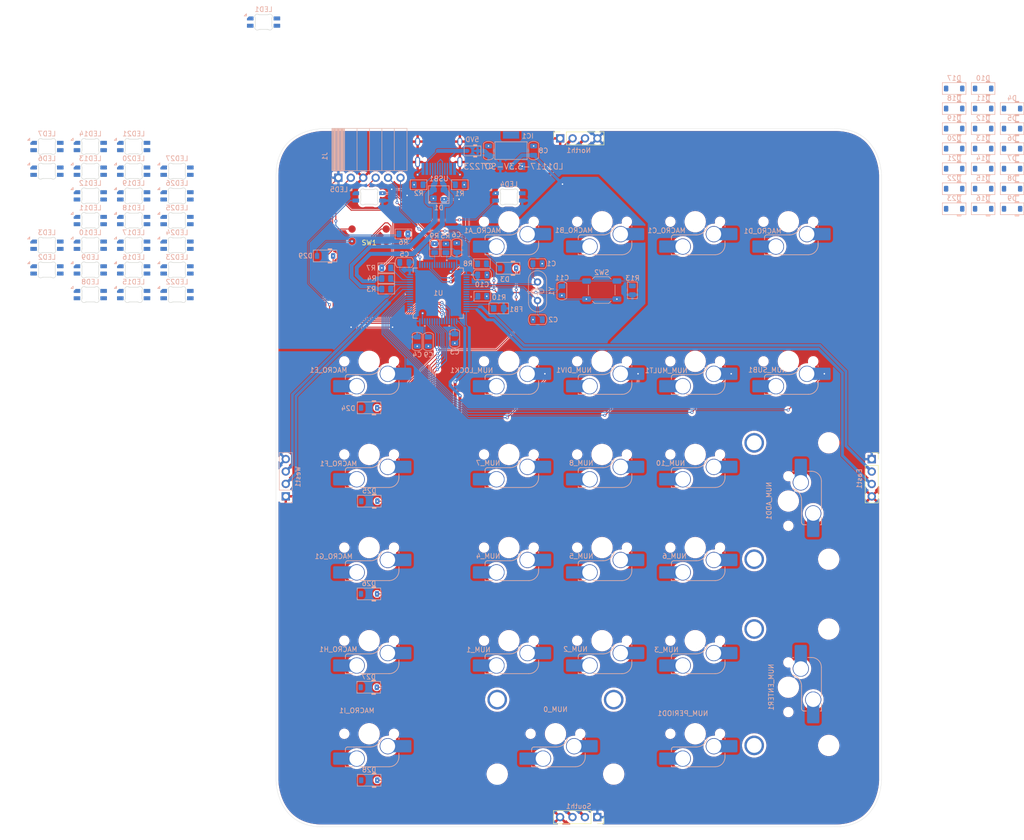
<source format=kicad_pcb>
(kicad_pcb (version 20241229) (generator "pcbnew") (generator_version "9.0")
  (layers (0 "F.Cu" signal) (4 "In1.Cu" signal) (6 "In2.Cu" signal) (2 "B.Cu" signal) (13 "F.Paste" user) (15 "B.Paste" user) (5 "F.SilkS" user "F.Silkscreen") (7 "B.SilkS" user "B.Silkscreen") (1 "F.Mask" user) (3 "B.Mask" user) (25 "Edge.Cuts" user))
  (net 0 "")
  (net 1 "GND")
  (net 2 "+3.3V")
  (net 3 "+5V")
  (net 4 "Net-(D3-A)")
  (net 5 "Net-(D4-A)")
  (net 6 "Net-(D5-A)")
  (net 7 "Net-(D6-A)")
  (net 8 "Net-(D7-A)")
  (net 9 "Net-(D8-A)")
  (net 10 "Net-(D9-A)")
  (net 11 "Net-(D10-A)")
  (net 12 "Net-(D11-A)")
  (net 13 "Net-(D12-A)")
  (net 14 "Net-(D13-A)")
  (net 15 "Net-(D14-A)")
  (net 16 "Net-(D15-A)")
  (net 17 "Net-(D16-A)")
  (net 18 "Net-(D17-A)")
  (net 19 "Net-(D18-A)")
  (net 20 "Net-(D19-A)")
  (net 21 "Net-(D20-A)")
  (net 22 "Net-(D21-A)")
  (net 23 "Net-(D22-A)")
  (net 24 "Net-(D23-A)")
  (net 25 "Net-(D29-A)")
  (net 26 "Net-(LED1-DOUT)")
  (net 27 "Net-(LED1-DIN)")
  (net 28 "Net-(LED2-DIN)")
  (net 29 "Net-(LED3-DIN)")
  (net 30 "Net-(D24-A)")
  (net 31 "Net-(D25-A)")
  (net 32 "Net-(D26-A)")
  (net 33 "Net-(D27-A)")
  (net 34 "Net-(D28-A)")
  (net 35 "Net-(LED4-DIN)")
  (net 36 "/COL2")
  (net 37 "/COL3")
  (net 38 "/COL4")
  (net 39 "/COL5")
  (net 40 "/COL1")
  (net 41 "/ROT_TIMB")
  (net 42 "/ROT_TIMA")
  (net 43 "Net-(U1-OSCIN)")
  (net 44 "Net-(U1-OSCOUT)")
  (net 45 "Net-(U1-VCAP)")
  (net 46 "/NRST")
  (net 47 "/D+")
  (net 48 "/D-")
  (net 49 "/ROW1")
  (net 50 "/ROW2")
  (net 51 "/ROW3")
  (net 52 "/ROW4")
  (net 53 "/ROW5")
  (net 54 "/ROW6")
  (net 55 "/ROT_SW")
  (net 56 "/UART_TX_EAST")
  (net 57 "/UART_RX_EAST")
  (net 58 "Net-(U1-VDDA)")
  (net 59 "/RGB_DATAIN")
  (net 60 "Net-(LED15-DIN)")
  (net 61 "Net-(LED6-DIN)")
  (net 62 "Net-(LED7-DIN)")
  (net 63 "Net-(LED8-DIN)")
  (net 64 "Net-(LED10-DOUT)")
  (net 65 "Net-(LED11-DIN)")
  (net 66 "Net-(LED11-DOUT)")
  (net 67 "Net-(LED12-DIN)")
  (net 68 "Net-(LED13-DIN)")
  (net 69 "Net-(LED14-DIN)")
  (net 70 "Net-(LED16-DIN)")
  (net 71 "Net-(LED16-DOUT)")
  (net 72 "Net-(LED17-DIN)")
  (net 73 "Net-(LED18-DIN)")
  (net 74 "Net-(LED20-DOUT)")
  (net 75 "Net-(LED20-DIN)")
  (net 76 "Net-(LED21-DOUT)")
  (net 77 "Net-(LED22-DOUT)")
  (net 78 "Net-(LED23-DOUT)")
  (net 79 "Net-(LED24-DOUT)")
  (net 80 "Net-(LED25-DOUT)")
  (net 82 "/UART_TX_NORTH")
  (net 83 "/UART_RX_NORTH")
  (net 84 "Net-(USB1-CC2)")
  (net 85 "Net-(USB1-CC1)")
  (net 86 "Net-(U1-PA11)")
  (net 87 "Net-(U1-PA12)")
  (net 88 "Net-(U1-BOOT)")
  (net 89 "/JTCLK")
  (net 90 "Net-(J1-Pin_2)")
  (net 91 "/JTMS")
  (net 92 "Net-(J1-Pin_4)")
  (net 93 "Net-(J1-Pin_5)")
  (net 94 "Net-(J1-Pin_6)")
  (net 95 "/SWO")
  (net 96 "/UART_TX_SOUTH")
  (net 97 "/UART_RX_SOUTH")
  (net 99 "AGND")
  (net 101 "/UART_TX_WEST")
  (net 113 "/UART_RX_WEST")
  (net 119 "Net-(D2-A)")
  (footprint "Connector_PinSocket_2.54mm:PinSocket_1x04_P2.54mm_Vertical" (layer "F.Cu") (at 96.8275 183.42 -90)
    (property "Reference" "South1")
    (property "Value" "Conn_01x04")
  )
  (footprint "PCM_marbastlib-various:ROT_SKYLOONG_HS-Switch" (layer "F.Cu") (at 50.165 61.595)
    (property "Reference" "SW1")
    (property "Value" "ROT_SKYLOONG_HS")
  )
  (footprint "PCM_marbastlib-mx:STAB_MX_P_2u" (layer "F.Cu") (at 88.265 166.37)
    (property "Reference" "S3" (hide yes))
    (property "Value" "MX_stab")
  )
  (footprint "Connector_PinSocket_2.54mm:PinSocket_1x04_P2.54mm_Vertical" (layer "F.Cu") (at 152.94 110.1825)
    (property "Reference" "East1")
    (property "Value" "Conn_01x04")
  )
  (footprint "PCM_marbastlib-mx:STAB_MX_P_2u" (layer "F.Cu") (at 135.89 156.845 90)
    (property "Reference" "S2" (hide yes))
    (property "Value" "MX_stab")
  )
  (footprint "PCM_marbastlib-mx:STAB_MX_P_2u" (layer "F.Cu") (at 135.89 118.745 90)
    (property "Reference" "S1" (hide yes))
    (property "Value" "MX_stab")
  )
  (footprint "Connector_PinSocket_2.54mm:PinSocket_1x04_P2.54mm_Vertical" (layer "F.Cu") (at 89.2275 44.545 90)
    (property "Reference" "North1")
    (property "Value" "Conn_01x04")
  )
  (footprint "PCM_4ms_Package_SOT:SOT223" (layer "B.Cu") (at 79.175 47.05 180)
    (property "Reference" "IC1")
    (property "Value" "LD1117-3.3V-SOT223")
  )
  (footprint "PCM_marbastlib-mx:LED_MX_6028R" (layer "B.Cu") (at -6.8575 61.354999)
    (property "Reference" "LED11")
    (property "Value" "MX_SK6812MINI-E")
    (fp_line (start -1.699999 0.702843) (end -1.699999 -0.702841) (stroke (width 0.1)) (layer "Edge.Cuts"))
    (fp_line (start -0.794452 -1.499999) (end 0.794452 -1.499999) (stroke (width 0.1)) (layer "Edge.Cuts"))
    (fp_line (start 0.794452 1.5) (end -0.794453 1.5) (stroke (width 0.1)) (layer "Edge.Cuts"))
    (fp_line (start 1.699999 -0.702841) (end 1.699999 0.702843) (stroke (width 0.1)) (layer "Edge.Cuts"))
    (fp_arc (start -1.749484 -0.919719) (mid -1.712527 -0.814067) (end -1.699999 -0.702841) (stroke (width 0.1)) (layer "Edge.Cuts"))
    (fp_arc (start -1.749484 -0.919718) (mid -1.638072 -1.504034) (end -1.046711 -1.568298) (stroke (width 0.1)) (layer "Edge.Cuts"))
    (fp_arc (start -1.699999 0.702844) (mid -1.712527 0.814069) (end -1.749484 0.919721) (stroke (width 0.1)) (layer "Edge.Cuts"))
    (fp_arc (start -1.046711 1.568299) (mid -1.63807 1.504035) (end -1.749484 0.919721) (stroke (width 0.1)) (layer "Edge.Cuts"))
    (fp_arc (start -1.046711 1.568299) (mid -0.925123 1.517377) (end -0.794453 1.5) (stroke (width 0.1)) (layer "Edge.Cuts"))
    (fp_arc (start -0.794452 -1.499999) (mid -0.925123 -1.517376) (end -1.046711 -1.568298) (stroke (width 0.1)) (layer "Edge.Cuts"))
    (fp_arc (start 0.794453 1.500001) (mid 0.925123 1.517378) (end 1.046711 1.5683) (stroke (width 0.1)) (layer "Edge.Cuts"))
    (fp_arc (start 1.04671 -1.568298) (mid 0.925122 -1.517376) (end 0.794452 -1.499999) (stroke (width 0.1)) (layer "Edge.Cuts"))
    (fp_arc (start 1.046711 -1.568296) (mid 1.63807 -1.504033) (end 1.749484 -0.919719) (stroke (width 0.1)) (layer "Edge.Cuts"))
    (fp_arc (start 1.699999 -0.702842) (mid 1.712536 -0.814064) (end 1.749484 -0.919719) (stroke (width 0.1)) (layer "Edge.Cuts"))
    (fp_arc (start 1.749484 0.919721) (mid 1.638072 1.504036) (end 1.046711 1.5683) (stroke (width 0.1)) (layer "Edge.Cuts"))
    (fp_arc (start 1.749484 0.919721) (mid 1.712526 0.814069) (end 1.699999 0.702843) (stroke (width 0.1)) (layer "Edge.Cuts"))
  )
  (footprint "PCM_marbastlib-mx:SW_MX_HS_CPG151101S11_1u" (layer "B.Cu") (at 135.89 156.845 90)
    (property "Reference" "NUM_ENTER1")
    (property "Value" "MX_SW_HS")
  )
  (footprint "PCM_Resistor_SMD_AKL:R_0805_2012Metric" (layer "B.Cu") (at 53.6625 73.225)
    (property "Reference" "R4")
    (property "Value" "22" (hide yes))
  )
  (footprint "PCM_marbastlib-mx:LED_MX_6028R" (layer "B.Cu") (at 10.8725 71.454999)
    (property "Reference" "LED23")
    (property "Value" "MX_SK6812MINI-E")
    (fp_line (start -1.699999 0.702843) (end -1.699999 -0.702841) (stroke (width 0.1)) (layer "Edge.Cuts"))
    (fp_line (start -0.794452 -1.499999) (end 0.794452 -1.499999) (stroke (width 0.1)) (layer "Edge.Cuts"))
    (fp_line (start 0.794452 1.5) (end -0.794453 1.5) (stroke (width 0.1)) (layer "Edge.Cuts"))
    (fp_line (start 1.699999 -0.702841) (end 1.699999 0.702843) (stroke (width 0.1)) (layer "Edge.Cuts"))
    (fp_arc (start -1.749484 -0.919719) (mid -1.712527 -0.814067) (end -1.699999 -0.702841) (stroke (width 0.1)) (layer "Edge.Cuts"))
    (fp_arc (start -1.749484 -0.919718) (mid -1.638072 -1.504034) (end -1.046711 -1.568298) (stroke (width 0.1)) (layer "Edge.Cuts"))
    (fp_arc (start -1.699999 0.702844) (mid -1.712527 0.814069) (end -1.749484 0.919721) (stroke (width 0.1)) (layer "Edge.Cuts"))
    (fp_arc (start -1.046711 1.568299) (mid -1.63807 1.504035) (end -1.749484 0.919721) (stroke (width 0.1)) (layer "Edge.Cuts"))
    (fp_arc (start -1.046711 1.568299) (mid -0.925123 1.517377) (end -0.794453 1.5) (stroke (width 0.1)) (layer "Edge.Cuts"))
    (fp_arc (start -0.794452 -1.499999) (mid -0.925123 -1.517376) (end -1.046711 -1.568298) (stroke (width 0.1)) (layer "Edge.Cuts"))
    (fp_arc (start 0.794453 1.500001) (mid 0.925123 1.517378) (end 1.046711 1.5683) (stroke (width 0.1)) (layer "Edge.Cuts"))
    (fp_arc (start 1.04671 -1.568298) (mid 0.925122 -1.517376) (end 0.794452 -1.499999) (stroke (width 0.1)) (layer "Edge.Cuts"))
    (fp_arc (start 1.046711 -1.568296) (mid 1.63807 -1.504033) (end 1.749484 -0.919719) (stroke (width 0.1)) (layer "Edge.Cuts"))
    (fp_arc (start 1.699999 -0.702842) (mid 1.712536 -0.814064) (end 1.749484 -0.919719) (stroke (width 0.1)) (layer "Edge.Cuts"))
    (fp_arc (start 1.749484 0.919721) (mid 1.638072 1.504036) (end 1.046711 1.5683) (stroke (width 0.1)) (layer "Edge.Cuts"))
    (fp_arc (start 1.749484 0.919721) (mid 1.712526 0.814069) (end 1.699999 0.702843) (stroke (width 0.1)) (layer "Edge.Cuts"))
  )
  (footprint "PCM_marbastlib-various:SW_SPST_SKQG_WithStem" (layer "B.Cu") (at 97.725 75.575 180)
    (property "Reference" "SW2")
    (property "Value" "Push_Button")
  )
  (footprint "PCM_Resistor_SMD_AKL:R_0805_2012Metric" (layer "B.Cu") (at 53.6625 75.375 180)
    (property "Reference" "R3")
    (property "Value" "22" (hide yes))
  )
  (footprint "PCM_marbastlib-mx:SW_MX_HS_CPG151101S11_1u" (layer "B.Cu") (at 50.165 90.17)
    (property "Reference" "MACRO_E1")
    (property "Value" "MX_SW_HS")
  )
  (footprint "PCM_Capacitor_SMD_AKL:C_0805_2012Metric" (layer "B.Cu") (at 73.3 72.475)
    (property "Reference" "C10")
    (property "Value" "1uF" (hide yes))
  )
  (footprint "PCM_marbastlib-mx:SW_MX_HS_CPG151101S11_1u" (layer "B.Cu") (at 116.84 147.32)
    (property "Reference" "NUM_3")
    (property "Value" "MX_SW_HS")
  )
  (footprint "PCM_Capacitor_SMD_AKL:C_0805_2012Metric" (layer "B.Cu") (at 68.075 66.9 90)
    (property "Reference" "C6")
    (property "Value" "100nF" (hide yes))
  )
  (footprint "PCM_marbastlib-mx:SW_MX_HS_CPG151101S11_1u" (layer "B.Cu") (at 97.79 109.22)
    (property "Reference" "NUM_8")
    (property "Value" "MX_SW_HS")
  )
  (footprint "PCM_Resistor_SMD_AKL:R_0805_2012Metric" (layer "B.Cu") (at 53.6625 71.05)
    (property "Reference" "R7")
    (property "Value" "22" (hide yes))
  )
  (footprint "PCM_marbastlib-mx:LED_MX_6028R" (layer "B.Cu") (at -15.7225 71.454999)
    (property "Reference" "LED2")
    (property "Value" "MX_SK6812MINI-E")
    (fp_line (start -1.699999 0.702843) (end -1.699999 -0.702841) (stroke (width 0.1)) (layer "Edge.Cuts"))
    (fp_line (start -0.794452 -1.499999) (end 0.794452 -1.499999) (stroke (width 0.1)) (layer "Edge.Cuts"))
    (fp_line (start 0.794452 1.5) (end -0.794453 1.5) (stroke (width 0.1)) (layer "Edge.Cuts"))
    (fp_line (start 1.699999 -0.702841) (end 1.699999 0.702843) (stroke (width 0.1)) (layer "Edge.Cuts"))
    (fp_arc (start -1.749484 -0.919719) (mid -1.712527 -0.814067) (end -1.699999 -0.702841) (stroke (width 0.1)) (layer "Edge.Cuts"))
    (fp_arc (start -1.749484 -0.919718) (mid -1.638072 -1.504034) (end -1.046711 -1.568298) (stroke (width 0.1)) (layer "Edge.Cuts"))
    (fp_arc (start -1.699999 0.702844) (mid -1.712527 0.814069) (end -1.749484 0.919721) (stroke (width 0.1)) (layer "Edge.Cuts"))
    (fp_arc (start -1.046711 1.568299) (mid -1.63807 1.504035) (end -1.749484 0.919721) (stroke (width 0.1)) (layer "Edge.Cuts"))
    (fp_arc (start -1.046711 1.568299) (mid -0.925123 1.517377) (end -0.794453 1.5) (stroke (width 0.1)) (layer "Edge.Cuts"))
    (fp_arc (start -0.794452 -1.499999) (mid -0.925123 -1.517376) (end -1.046711 -1.568298) (stroke (width 0.1)) (layer "Edge.Cuts"))
    (fp_arc (start 0.794453 1.500001) (mid 0.925123 1.517378) (end 1.046711 1.5683) (stroke (width 0.1)) (layer "Edge.Cuts"))
    (fp_arc (start 1.04671 -1.568298) (mid 0.925122 -1.517376) (end 0.794452 -1.499999) (stroke (width 0.1)) (layer "Edge.Cuts"))
    (fp_arc (start 1.046711 -1.568296) (mid 1.63807 -1.504033) (end 1.749484 -0.919719) (stroke (width 0.1)) (layer "Edge.Cuts"))
    (fp_arc (start 1.699999 -0.702842) (mid 1.712536 -0.814064) (end 1.749484 -0.919719) (stroke (width 0.1)) (layer "Edge.Cuts"))
    (fp_arc (start 1.749484 0.919721) (mid 1.638072 1.504036) (end 1.046711 1.5683) (stroke (width 0.1)) (layer "Edge.Cuts"))
    (fp_arc (start 1.749484 0.919721) (mid 1.712526 0.814069) (end 1.699999 0.702843) (stroke (width 0.1)) (layer "Edge.Cuts"))
  )
  (footprint "PCM_Diode_SMD_AKL:D_SOD-123" (layer "B.Cu") (at 169.8 34.345 180)
    (property "Reference" "D17")
    (property "Value" "1N4148W" (hide yes))
  )
  (footprint "PCM_Diode_SMD_AKL:D_SOD-123" (layer "B.Cu") (at 169.8 58.945 180)
    (property "Reference" "D23")
    (property "Value" "1N4148W" (hide yes))
  )
  (footprint "PCM_Diode_SMD_AKL:D_SOD-123" (layer "B.Cu") (at 78.58125 71.12 180)
    (property "Reference" "D3")
    (property "Value" "1N4148W" (hide yes))
  )
  (footprint "PCM_Capacitor_SMD_AKL:C_0805_2012Metric" (layer "B.Cu") (at 60 86.125 -90)
    (property "Reference" "C4")
    (property "Value" "100nF" (hide yes))
  )
  (footprint "PCM_Capacitor_SMD_AKL:C_0805_2012Metric" (layer "B.Cu") (at 62.275 86.125 90)
    (property "Reference" "C9")
    (property "Value" "4.7uF" (hide yes))
  )
  (footprint "PCM_Fuse_AKL:Fuse_0805_2012Metric_Pad1.15x1.40mm_BigPads" (layer "B.Cu") (at 76.65 79.325)
    (property "Reference" "FB1")
    (property "Value" "Ferrite_Bead" (hide yes))
  )
  (footprint "PCM_marbastlib-mx:SW_MX_HS_CPG151101S11_1u" (layer "B.Cu") (at 50.165 166.37)
    (property "Reference" "MACRO_I1")
    (property "Value" "MX_SW_HS")
  )
  (footprint "PCM_marbastlib-mx:SW_MX_HS_CPG151101S11_1u" (layer "B.Cu") (at 50.165 147.32)
    (property "Reference" "MACRO_H1")
    (property "Value" "MX_SW_HS")
  )
  (footprint "PCM_Resistor_SMD_AKL:R_0805_2012Metric" (layer "B.Cu") (at 63.55 67 -90)
    (property "Reference" "R9")
    (property "Value" "22" (hide yes))
  )
  (footprint "PCM_marbastlib-mx:LED_MX_6028R" (layer "B.Cu") (at -6.8575 76.504999)
    (property "Reference" "LED8")
    (property "Value" "MX_SK6812MINI-E")
    (fp_line (start -1.699999 0.702843) (end -1.699999 -0.702841) (stroke (width 0.1)) (layer "Edge.Cuts"))
    (fp_line (start -0.794452 -1.499999) (end 0.794452 -1.499999) (stroke (width 0.1)) (layer "Edge.Cuts"))
    (fp_line (start 0.794452 1.5) (end -0.794453 1.5) (stroke (width 0.1)) (layer "Edge.Cuts"))
    (fp_line (start 1.699999 -0.702841) (end 1.699999 0.702843) (stroke (width 0.1)) (layer "Edge.Cuts"))
    (fp_arc (start -1.749484 -0.919719) (mid -1.712527 -0.814067) (end -1.699999 -0.702841) (stroke (width 0.1)) (layer "Edge.Cuts"))
    (fp_arc (start -1.749484 -0.919718) (mid -1.638072 -1.504034) (end -1.046711 -1.568298) (stroke (width 0.1)) (layer "Edge.Cuts"))
    (fp_arc (start -1.699999 0.702844) (mid -1.712527 0.814069) (end -1.749484 0.919721) (stroke (width 0.1)) (layer "Edge.Cuts"))
    (fp_arc (start -1.046711 1.568299) (mid -1.63807 1.504035) (end -1.749484 0.919721) (stroke (width 0.1)) (layer "Edge.Cuts"))
    (fp_arc (start -1.046711 1.568299) (mid -0.925123 1.517377) (end -0.794453 1.5) (stroke (width 0.1)) (layer "Edge.Cuts"))
    (fp_arc (start -0.794452 -1.499999) (mid -0.925123 -1.517376) (end -1.046711 -1.568298) (stroke (width 0.1)) (layer "Edge.Cuts"))
    (fp_arc (start 0.794453 1.500001) (mid 0.925123 1.517378) (end 1.046711 1.5683) (stroke (width 0.1)) (layer "Edge.Cuts"))
    (fp_arc (start 1.04671 -1.568298) (mid 0.925122 -1.517376) (end 0.794452 -1.499999) (stroke (width 0.1)) (layer "Edge.Cuts"))
    (fp_arc (start 1.046711 -1.568296) (mid 1.63807 -1.504033) (end 1.749484 -0.919719) (stroke (width 0.1)) (layer "Edge.Cuts"))
    (fp_arc (start 1.699999 -0.702842) (mid 1.712536 -0.814064) (end 1.749484 -0.919719) (stroke (width 0.1)) (layer "Edge.Cuts"))
    (fp_arc (start 1.749484 0.919721) (mid 1.638072 1.504036) (end 1.046711 1.5683) (stroke (width 0.1)) (layer "Edge.Cuts"))
    (fp_arc (start 1.749484 0.919721) (mid 1.712526 0.814069) (end 1.699999 0.702843) (stroke (width 0.1)) (layer "Edge.Cuts"))
  )
  (footprint "PCM_marbastlib-mx:LED_MX_6028R" (layer "B.Cu") (at 2.0075 51.254999)
    (property "Reference" "LED20")
    (property "Value" "MX_SK6812MINI-E")
    (fp_line (start -1.699999 0.702843) (end -1.699999 -0.702841) (stroke (width 0.1)) (layer "Edge.Cuts"))
    (fp_line (start -0.794452 -1.499999) (end 0.794452 -1.499999) (stroke (width 0.1)) (layer "Edge.Cuts"))
    (fp_line (start 0.794452 1.5) (end -0.794453 1.5) (stroke (width 0.1)) (layer "Edge.Cuts"))
    (fp_line (start 1.699999 -0.702841) (end 1.699999 0.702843) (stroke (width 0.1)) (layer "Edge.Cuts"))
    (fp_arc (start -1.749484 -0.919719) (mid -1.712527 -0.814067) (end -1.699999 -0.702841) (stroke (width 0.1)) (layer "Edge.Cuts"))
    (fp_arc (start -1.749484 -0.919718) (mid -1.638072 -1.504034) (end -1.046711 -1.568298) (stroke (width 0.1)) (layer "Edge.Cuts"))
    (fp_arc (start -1.699999 0.702844) (mid -1.712527 0.814069) (end -1.749484 0.919721) (stroke (width 0.1)) (layer "Edge.Cuts"))
    (fp_arc (start -1.046711 1.568299) (mid -1.63807 1.504035) (end -1.749484 0.919721) (stroke (width 0.1)) (layer "Edge.Cuts"))
    (fp_arc (start -1.046711 1.568299) (mid -0.925123 1.517377) (end -0.794453 1.5) (stroke (width 0.1)) (layer "Edge.Cuts"))
    (fp_arc (start -0.794452 -1.499999) (mid -0.925123 -1.517376) (end -1.046711 -1.568298) (stroke (width 0.1)) (layer "Edge.Cuts"))
    (fp_arc (start 0.794453 1.500001) (mid 0.925123 1.517378) (end 1.046711 1.5683) (stroke (width 0.1)) (layer "Edge.Cuts"))
    (fp_arc (start 1.04671 -1.568298) (mid 0.925122 -1.517376) (end 0.794452 -1.499999) (stroke (width 0.1)) (layer "Edge.Cuts"))
    (fp_arc (start 1.046711 -1.568296) (mid 1.63807 -1.504033) (end 1.749484 -0.919719) (stroke (width 0.1)) (layer "Edge.Cuts"))
    (fp_arc (start 1.699999 -0.702842) (mid 1.712536 -0.814064) (end 1.749484 -0.919719) (stroke (width 0.1)) (layer "Edge.Cuts"))
    (fp_arc (start 1.749484 0.919721) (mid 1.638072 1.504036) (end 1.046711 1.5683) (stroke (width 0.1)) (layer "Edge.Cuts"))
    (fp_arc (start 1.749484 0.919721) (mid 1.712526 0.814069) (end 1.699999 0.702843) (stroke (width 0.1)) (layer "Edge.Cuts"))
  )
  (footprint "PCM_Diode_SMD_AKL:D_SOD-123" (layer "B.Cu") (at 175.72 54.845 180)
    (property "Reference" "D15")
    (property "Value" "1N4148W" (hide yes))
  )
  (footprint "PCM_marbastlib-mx:SW_MX_HS_CPG151101S11_1u" (layer "B.Cu") (at 116.84 109.22)
    (property "Reference" "NUM_10")
    (property "Value" "MX_SW_HS")
  )
  (footprint "PCM_marbastlib-mx:LED_MX_6028R" (layer "B.Cu") (at 10.8725 56.304999)
    (property "Reference" "LED26")
    (property "Value" "MX_SK6812MINI-E")
    (fp_line (start -1.699999 0.702843) (end -1.699999 -0.702841) (stroke (width 0.1)) (layer "Edge.Cuts"))
    (fp_line (start -0.794452 -1.499999) (end 0.794452 -1.499999) (stroke (width 0.1)) (layer "Edge.Cuts"))
    (fp_line (start 0.794452 1.5) (end -0.794453 1.5) (stroke (width 0.1)) (layer "Edge.Cuts"))
    (fp_line (start 1.699999 -0.702841) (end 1.699999 0.702843) (stroke (width 0.1)) (layer "Edge.Cuts"))
    (fp_arc (start -1.749484 -0.919719) (mid -1.712527 -0.814067) (end -1.699999 -0.702841) (stroke (width 0.1)) (layer "Edge.Cuts"))
    (fp_arc (start -1.749484 -0.919718) (mid -1.638072 -1.504034) (end -1.046711 -1.568298) (stroke (width 0.1)) (layer "Edge.Cuts"))
    (fp_arc (start -1.699999 0.702844) (mid -1.712527 0.814069) (end -1.749484 0.919721) (stroke (width 0.1)) (layer "Edge.Cuts"))
    (fp_arc (start -1.046711 1.568299) (mid -1.63807 1.504035) (end -1.749484 0.919721) (stroke (width 0.1)) (layer "Edge.Cuts"))
    (fp_arc (start -1.046711 1.568299) (mid -0.925123 1.517377) (end -0.794453 1.5) (stroke (width 0.1)) (layer "Edge.Cuts"))
    (fp_arc (start -0.794452 -1.499999) (mid -0.925123 -1.517376) (end -1.046711 -1.568298) (stroke (width 0.1)) (layer "Edge.Cuts"))
    (fp_arc (start 0.794453 1.500001) (mid 0.925123 1.517378) (end 1.046711 1.5683) (stroke (width 0.1)) (layer "Edge.Cuts"))
    (fp_arc (start 1.04671 -1.568298) (mid 0.925122 -1.517376) (end 0.794452 -1.499999) (stroke (width 0.1)) (layer "Edge.Cuts"))
    (fp_arc (start 1.046711 -1.568296) (mid 1.63807 -1.504033) (end 1.749484 -0.919719) (stroke (width 0.1)) (layer "Edge.Cuts"))
    (fp_arc (start 1.699999 -0.702842) (mid 1.712536 -0.814064) (end 1.749484 -0.919719) (stroke (width 0.1)) (layer "Edge.Cuts"))
    (fp_arc (start 1.749484 0.919721) (mid 1.638072 1.504036) (end 1.046711 1.5683) (stroke (width 0.1)) (layer "Edge.Cuts"))
    (fp_arc (start 1.749484 0.919721) (mid 1.712526 0.814069) (end 1.699999 0.702843) (stroke (width 0.1)) (layer "Edge.Cuts"))
  )
  (footprint "PCM_marbastlib-mx:LED_MX_6028R" (layer "B.Cu") (at 10.8725 66.404999)
    (property "Reference" "LED24")
    (property "Value" "MX_SK6812MINI-E")
    (fp_line (start -1.699999 0.702843) (end -1.699999 -0.702841) (stroke (width 0.1)) (layer "Edge.Cuts"))
    (fp_line (start -0.794452 -1.499999) (end 0.794452 -1.499999) (stroke (width 0.1)) (layer "Edge.Cuts"))
    (fp_line (start 0.794452 1.5) (end -0.794453 1.5) (stroke (width 0.1)) (layer "Edge.Cuts"))
    (fp_line (start 1.699999 -0.702841) (end 1.699999 0.702843) (stroke (width 0.1)) (layer "Edge.Cuts"))
    (fp_arc (start -1.749484 -0.919719) (mid -1.712527 -0.814067) (end -1.699999 -0.702841) (stroke (width 0.1)) (layer "Edge.Cuts"))
    (fp_arc (start -1.749484 -0.919718) (mid -1.638072 -1.504034) (end -1.046711 -1.568298) (stroke (width 0.1)) (layer "Edge.Cuts"))
    (fp_arc (start -1.699999 0.702844) (mid -1.712527 0.814069) (end -1.749484 0.919721) (stroke (width 0.1)) (layer "Edge.Cuts"))
    (fp_arc (start -1.046711 1.568299) (mid -1.63807 1.504035) (end -1.749484 0.919721) (stroke (width 0.1)) (layer "Edge.Cuts"))
    (fp_arc (start -1.046711 1.568299) (mid -0.925123 1.517377) (end -0.794453 1.5) (stroke (width 0.1)) (layer "Edge.Cuts"))
    (fp_arc (start -0.794452 -1.499999) (mid -0.925123 -1.517376) (end -1.046711 -1.568298) (stroke (width 0.1)) (layer "Edge.Cuts"))
    (fp_arc (start 0.794453 1.500001) (mid 0.925123 1.517378) (end 1.046711 1.5683) (stroke (width 0.1)) (layer "Edge.Cuts"))
    (fp_arc (start 1.04671 -1.568298) (mid 0.925122 -1.517376) (end 0.794452 -1.499999) (stroke (width 0.1)) (layer "Edge.Cuts"))
    (fp_arc (start 1.046711 -1.568296) (mid 1.63807 -1.504033) (end 1.749484 -0.919719) (stroke (width 0.1)) (layer "Edge.Cuts"))
    (fp_arc (start 1.699999 -0.702842) (mid 1.712536 -0.814064) (end 1.749484 -0.919719) (stroke (width 0.1)) (layer "Edge.Cuts"))
    (fp_arc (start 1.749484 0.919721) (mid 1.638072 1.504036) (end 1.046711 1.5683) (stroke (width 0.1)) (layer "Edge.Cuts"))
    (fp_arc (start 1.749484 0.919721) (mid 1.712526 0.814069) (end 1.699999 0.702843) (stroke (width 0.1)) (layer "Edge.Cuts"))
  )
  (footprint "PCM_marbastlib-mx:LED_MX_6028R" (layer "B.Cu") (at -6.8575 46.204999)
    (property "Reference" "LED14")
    (property "Value" "MX_SK6812MINI-E")
    (fp_line (start -1.699999 0.702843) (end -1.699999 -0.702841) (stroke (width 0.1)) (layer "Edge.Cuts"))
    (fp_line (start -0.794452 -1.499999) (end 0.794452 -1.499999) (stroke (width 0.1)) (layer "Edge.Cuts"))
    (fp_line (start 0.794452 1.5) (end -0.794453 1.5) (stroke (width 0.1)) (layer "Edge.Cuts"))
    (fp_line (start 1.699999 -0.702841) (end 1.699999 0.702843) (stroke (width 0.1)) (layer "Edge.Cuts"))
    (fp_arc (start -1.749484 -0.919719) (mid -1.712527 -0.814067) (end -1.699999 -0.702841) (stroke (width 0.1)) (layer "Edge.Cuts"))
    (fp_arc (start -1.749484 -0.919718) (mid -1.638072 -1.504034) (end -1.046711 -1.568298) (stroke (width 0.1)) (layer "Edge.Cuts"))
    (fp_arc (start -1.699999 0.702844) (mid -1.712527 0.814069) (end -1.749484 0.919721) (stroke (width 0.1)) (layer "Edge.Cuts"))
    (fp_arc (start -1.046711 1.568299) (mid -1.63807 1.504035) (end -1.749484 0.919721) (stroke (width 0.1)) (layer "Edge.Cuts"))
    (fp_arc (start -1.046711 1.568299) (mid -0.925123 1.517377) (end -0.794453 1.5) (stroke (width 0.1)) (layer "Edge.Cuts"))
    (fp_arc (start -0.794452 -1.499999) (mid -0.925123 -1.517376) (end -1.046711 -1.568298) (stroke (width 0.1)) (layer "Edge.Cuts"))
    (fp_arc (start 0.794453 1.500001) (mid 0.925123 1.517378) (end 1.046711 1.5683) (stroke (width 0.1)) (layer "Edge.Cuts"))
    (fp_arc (start 1.04671 -1.568298) (mid 0.925122 -1.517376) (end 0.794452 -1.499999) (stroke (width 0.1)) (layer "Edge.Cuts"))
    (fp_arc (start 1.046711 -1.568296) (mid 1.63807 -1.504033) (end 1.749484 -0.919719) (stroke (width 0.1)) (layer "Edge.Cuts"))
    (fp_arc (start 1.699999 -0.702842) (mid 1.712536 -0.814064) (end 1.749484 -0.919719) (stroke (width 0.1)) (layer "Edge.Cuts"))
    (fp_arc (start 1.749484 0.919721) (mid 1.638072 1.504036) (end 1.046711 1.5683) (stroke (width 0.1)) (layer "Edge.Cuts"))
    (fp_arc (start 1.749484 0.919721) (mid 1.712526 0.814069) (end 1.699999 0.702843) (stroke (width 0.1)) (layer "Edge.Cuts"))
  )
  (footprint "PCM_marbastlib-mx:LED_MX_6028R" (layer "B.Cu") (at 2.0075 71.454999)
    (property "Reference" "LED16")
    (property "Value" "MX_SK6812MINI-E")
    (fp_line (start -1.699999 0.702843) (end -1.699999 -0.702841) (stroke (width 0.1)) (layer "Edge.Cuts"))
    (fp_line (start -0.794452 -1.499999) (end 0.794452 -1.499999) (stroke (width 0.1)) (layer "Edge.Cuts"))
    (fp_line (start 0.794452 1.5) (end -0.794453 1.5) (stroke (width 0.1)) (layer "Edge.Cuts"))
    (fp_line (start 1.699999 -0.702841) (end 1.699999 0.702843) (stroke (width 0.1)) (layer "Edge.Cuts"))
    (fp_arc (start -1.749484 -0.919719) (mid -1.712527 -0.814067) (end -1.699999 -0.702841) (stroke (width 0.1)) (layer "Edge.Cuts"))
    (fp_arc (start -1.749484 -0.919718) (mid -1.638072 -1.504034) (end -1.046711 -1.568298) (stroke (width 0.1)) (layer "Edge.Cuts"))
    (fp_arc (start -1.699999 0.702844) (mid -1.712527 0.814069) (end -1.749484 0.919721) (stroke (width 0.1)) (layer "Edge.Cuts"))
    (fp_arc (start -1.046711 1.568299) (mid -1.63807 1.504035) (end -1.749484 0.919721) (stroke (width 0.1)) (layer "Edge.Cuts"))
    (fp_arc (start -1.046711 1.568299) (mid -0.925123 1.517377) (end -0.794453 1.5) (stroke (width 0.1)) (layer "Edge.Cuts"))
    (fp_arc (start -0.794452 -1.499999) (mid -0.925123 -1.517376) (end -1.046711 -1.568298) (stroke (width 0.1)) (layer "Edge.Cuts"))
    (fp_arc (start 0.794453 1.500001) (mid 0.925123 1.517378) (end 1.046711 1.5683) (stroke (width 0.1)) (layer "Edge.Cuts"))
    (fp_arc (start 1.04671 -1.568298) (mid 0.925122 -1.517376) (end 0.794452 -1.499999) (stroke (width 0.1)) (layer "Edge.Cuts"))
    (fp_arc (start 1.046711 -1.568296) (mid 1.63807 -1.504033) (end 1.749484 -0.919719) (stroke (width 0.1)) (layer "Edge.Cuts"))
    (fp_arc (start 1.699999 -0.702842) (mid 1.712536 -0.814064) (end 1.749484 -0.919719) (stroke (width 0.1)) (layer "Edge.Cuts"))
    (fp_arc (start 1.749484 0.919721) (mid 1.638072 1.504036) (end 1.046711 1.5683) (stroke (width 0.1)) (layer "Edge.Cuts"))
    (fp_arc (start 1.749484 0.919721) (mid 1.712526 0.814069) (end 1.699999 0.702843) (stroke (width 0.1)) (layer "Edge.Cuts"))
  )
  (footprint "PCM_Diode_SMD_AKL:D_SOD-123" (layer "B.Cu") (at 169.8 50.745 180)
    (property "Reference" "D21")
    (property "Value" "1N4148W" (hide yes))
  )
  (footprint "PCM_marbastlib-mx:SW_MX_HS_CPG151101S11_1u" (layer "B.Cu") (at 116.84 128.27)
    (property "Reference" "NUM_6")
    (property "Value" "MX_SW_HS")
  )
  (footprint "PCM_marbastlib-mx:LED_MX_6028R" (layer "B.Cu") (at -6.8575 71.454999)
    (property "Reference" "LED9")
    (property "Value" "MX_SK6812MINI-E")
    (fp_line (start -1.699999 0.702843) (end -1.699999 -0.702841) (stroke (width 0.1)) (layer "Edge.Cuts"))
    (fp_line (start -0.794452 -1.499999) (end 0.794452 -1.499999) (stroke (width 0.1)) (layer "Edge.Cuts"))
    (fp_line (start 0.794452 1.5) (end -0.794453 1.5) (stroke (width 0.1)) (layer "Edge.Cuts"))
    (fp_line (start 1.699999 -0.702841) (end 1.699999 0.702843) (stroke (width 0.1)) (layer "Edge.Cuts"))
    (fp_arc (start -1.749484 -0.919719) (mid -1.712527 -0.814067) (end -1.699999 -0.702841) (stroke (width 0.1)) (layer "Edge.Cuts"))
    (fp_arc (start -1.749484 -0.919718) (mid -1.638072 -1.504034) (end -1.046711 -1.568298) (stroke (width 0.1)) (layer "Edge.Cuts"))
    (fp_arc (start -1.699999 0.702844) (mid -1.712527 0.814069) (end -1.749484 0.919721) (stroke (width 0.1)) (layer "Edge.Cuts"))
    (fp_arc (start -1.046711 1.568299) (mid -1.63807 1.504035) (end -1.749484 0.919721) (stroke (width 0.1)) (layer "Edge.Cuts"))
    (fp_arc (start -1.046711 1.568299) (mid -0.925123 1.517377) (end -0.794453 1.5) (stroke (width 0.1)) (layer "Edge.Cuts"))
    (fp_arc (start -0.794452 -1.499999) (mid -0.925123 -1.517376) (end -1.046711 -1.568298) (stroke (width 0.1)) (layer "Edge.Cuts"))
    (fp_arc (start 0.794453 1.500001) (mid 0.925123 1.517378) (end 1.046711 1.5683) (stroke (width 0.1)) (layer "Edge.Cuts"))
    (fp_arc (start 1.04671 -1.568298) (mid 0.925122 -1.517376) (end 0.794452 -1.499999) (stroke (width 0.1)) (layer "Edge.Cuts"))
    (fp_arc (start 1.046711 -1.568296) (mid 1.63807 -1.504033) (end 1.749484 -0.919719) (stroke (width 0.1)) (layer "Edge.Cuts"))
    (fp_arc (start 1.699999 -0.702842) (mid 1.712536 -0.814064) (end 1.749484 -0.919719) (stroke (width 0.1)) (layer "Edge.Cuts"))
    (fp_arc (start 1.749484 0.919721) (mid 1.638072 1.504036) (end 1.046711 1.5683) (stroke (width 0.1)) (layer "Edge.Cuts"))
    (fp_arc (start 1.749484 0.919721) (mid 1.712526 0.814069) (end 1.699999 0.702843) (stroke (width 0.1)) (layer "Edge.Cuts"))
  )
  (footprint "PCM_marbastlib-mx:LED_MX_6028R" (layer "B.Cu") (at 2.0075 66.404999)
    (property "Reference" "LED17")
    (property "Value" "MX_SK6812MINI-E")
    (fp_line (start -1.699999 0.702843) (end -1.699999 -0.702841) (stroke (width 0.1)) (layer "Edge.Cuts"))
    (fp_line (start -0.794452 -1.499999) (end 0.794452 -1.499999) (stroke (width 0.1)) (layer "Edge.Cuts"))
    (fp_line (start 0.794452 1.5) (end -0.794453 1.5) (stroke (width 0.1)) (layer "Edge.Cuts"))
    (fp_line (start 1.699999 -0.702841) (end 1.699999 0.702843) (stroke (width 0.1)) (layer "Edge.Cuts"))
    (fp_arc (start -1.749484 -0.919719) (mid -1.712527 -0.814067) (end -1.699999 -0.702841) (stroke (width 0.1)) (layer "Edge.Cuts"))
    (fp_arc (start -1.749484 -0.919718) (mid -1.638072 -1.504034) (end -1.046711 -1.568298) (stroke (width 0.1)) (layer "Edge.Cuts"))
    (fp_arc (start -1.699999 0.702844) (mid -1.712527 0.814069) (end -1.749484 0.919721) (stroke (width 0.1)) (layer "Edge.Cuts"))
    (fp_arc (start -1.046711 1.568299) (mid -1.63807 1.504035) (end -1.749484 0.919721) (stroke (width 0.1)) (layer "Edge.Cuts"))
    (fp_arc (start -1.046711 1.568299) (mid -0.925123 1.517377) (end -0.794453 1.5) (stroke (width 0.1)) (layer "Edge.Cuts"))
    (fp_arc (start -0.794452 -1.499999) (mid -0.925123 -1.517376) (end -1.046711 -1.568298) (stroke (width 0.1)) (layer "Edge.Cuts"))
    (fp_arc (start 0.794453 1.500001) (mid 0.925123 1.517378) (end 1.046711 1.5683) (stroke (width 0.1)) (layer "Edge.Cuts"))
    (fp_arc (start 1.04671 -1.568298) (mid 0.925122 -1.517376) (end 0.794452 -1.499999) (stroke (width 0.1)) (layer "Edge.Cuts"))
    (fp_arc (start 1.046711 -1.568296) (mid 1.63807 -1.504033) (end 1.749484 -0.919719) (stroke (width 0.1)) (layer "Edge.Cuts"))
    (fp_arc (start 1.699999 -0.702842) (mid 1.712536 -0.814064) (end 1.749484 -0.919719) (stroke (width 0.1)) (layer "Edge.Cuts"))
    (fp_arc (start 1.749484 0.919721) (mid 1.638072 1.504036) (end 1.046711 1.5683) (stroke (width 0.1)) (layer "Edge.Cuts"))
    (fp_arc (start 1.749484 0.919721) (mid 1.712526 0.814069) (end 1.699999 0.702843) (stroke (width 0.1)) (layer "Edge.Cuts"))
  )
  (footprint "PCM_Resistor_SMD_AKL:R_0805_2012Metric" (layer "B.Cu") (at 73.2375 70.2 180)
    (property "Reference" "R8")
    (property "Value" "22" (hide yes))
  )
  (footprint "PCM_marbastlib-mx:LED_MX_6028R" (layer "B.Cu") (at 10.8725 61.354999)
    (property "Reference" "LED25")
    (property "Value" "MX_SK6812MINI-E")
    (fp_line (start -1.699999 0.702843) (end -1.699999 -0.702841) (stroke (width 0.1)) (layer "Edge.Cuts"))
    (fp_line (start -0.794452 -1.499999) (end 0.794452 -1.499999) (stroke (width 0.1)) (layer "Edge.Cuts"))
    (fp_line (start 0.794452 1.5) (end -0.794453 1.5) (stroke (width 0.1)) (layer "Edge.Cuts"))
    (fp_line (start 1.699999 -0.702841) (end 1.699999 0.702843) (stroke (width 0.1)) (layer "Edge.Cuts"))
    (fp_arc (start -1.749484 -0.919719) (mid -1.712527 -0.814067) (end -1.699999 -0.702841) (stroke (width 0.1)) (layer "Edge.Cuts"))
    (fp_arc (start -1.749484 -0.919718) (mid -1.638072 -1.504034) (end -1.046711 -1.568298) (stroke (width 0.1)) (layer "Edge.Cuts"))
    (fp_arc (start -1.699999 0.702844) (mid -1.712527 0.814069) (end -1.749484 0.919721) (stroke (width 0.1)) (layer "Edge.Cuts"))
    (fp_arc (start -1.046711 1.568299) (mid -1.63807 1.504035) (end -1.749484 0.919721) (stroke (width 0.1)) (layer "Edge.Cuts"))
    (fp_arc (start -1.046711 1.568299) (mid -0.925123 1.517377) (end -0.794453 1.5) (stroke (width 0.1)) (layer "Edge.Cuts"))
    (fp_arc (start -0.794452 -1.499999) (mid -0.925123 -1.517376) (end -1.046711 -1.568298) (stroke (width 0.1)) (layer "Edge.Cuts"))
    (fp_arc (start 0.794453 1.500001) (mid 0.925123 1.517378) (end 1.046711 1.5683) (stroke (width 0.1)) (layer "Edge.Cuts"))
    (fp_arc (start 1.04671 -1.568298) (mid 0.925122 -1.517376) (end 0.794452 -1.499999) (stroke (width 0.1)) (layer "Edge.Cuts"))
    (fp_arc (start 1.046711 -1.568296) (mid 1.63807 -1.504033) (end 1.749484 -0.919719) (stroke (width 0.1)) (layer "Edge.Cuts"))
    (fp_arc (start 1.699999 -0.702842) (mid 1.712536 -0.814064) (end 1.749484 -0.919719) (stroke (width 0.1)) (layer "Edge.Cuts"))
    (fp_arc (start 1.749484 0.919721) (mid 1.638072 1.504036) (end 1.046711 1.5683) (stroke (width 0.1)) (layer "Edge.Cuts"))
    (fp_arc (start 1.749484 0.919721) (mid 1.712526 0.814069) (end 1.699999 0.702843) (stroke (width 0.1)) (layer "Edge.Cuts"))
  )
  (footprint "PCM_marbastlib-mx:LED_MX_6028R" (layer "B.Cu") (at 28.575 20.75)
    (property "Reference" "LED1")
    (property "Value" "MX_SK6812MINI-E")
    (fp_line (start -1.699999 0.702843) (end -1.699999 -0.702841) (stroke (width 0.1)) (layer "Edge.Cuts"))
    (fp_line (start -0.794452 -1.499999) (end 0.794452 -1.499999) (stroke (width 0.1)) (layer "Edge.Cuts"))
    (fp_line (start 0.794452 1.5) (end -0.794453 1.5) (stroke (width 0.1)) (layer "Edge.Cuts"))
    (fp_line (start 1.699999 -0.702841) (end 1.699999 0.702843) (stroke (width 0.1)) (layer "Edge.Cuts"))
    (fp_arc (start -1.749484 -0.919719) (mid -1.712527 -0.814067) (end -1.699999 -0.702841) (stroke (width 0.1)) (layer "Edge.Cuts"))
    (fp_arc (start -1.749484 -0.919718) (mid -1.638072 -1.504034) (end -1.046711 -1.568298) (stroke (width 0.1)) (layer "Edge.Cuts"))
    (fp_arc (start -1.699999 0.702844) (mid -1.712527 0.814069) (end -1.749484 0.919721) (stroke (width 0.1)) (layer "Edge.Cuts"))
    (fp_arc (start -1.046711 1.568299) (mid -1.63807 1.504035) (end -1.749484 0.919721) (stroke (width 0.1)) (layer "Edge.Cuts"))
    (fp_arc (start -1.046711 1.568299) (mid -0.925123 1.517377) (end -0.794453 1.5) (stroke (width 0.1)) (layer "Edge.Cuts"))
    (fp_arc (start -0.794452 -1.499999) (mid -0.925123 -1.517376) (end -1.046711 -1.568298) (stroke (width 0.1)) (layer "Edge.Cuts"))
    (fp_arc (start 0.794453 1.500001) (mid 0.925123 1.517378) (end 1.046711 1.5683) (stroke (width 0.1)) (layer "Edge.Cuts"))
    (fp_arc (start 1.04671 -1.568298) (mid 0.925122 -1.517376) (end 0.794452 -1.499999) (stroke (width 0.1)) (layer "Edge.Cuts"))
    (fp_arc (start 1.046711 -1.568296) (mid 1.63807 -1.504033) (end 1.749484 -0.919719) (stroke (width 0.1)) (layer "Edge.Cuts"))
    (fp_arc (start 1.699999 -0.702842) (mid 1.712536 -0.814064) (end 1.749484 -0.919719) (stroke (width 0.1)) (layer "Edge.Cuts"))
    (fp_arc (start 1.749484 0.919721) (mid 1.638072 1.504036) (end 1.046711 1.5683) (stroke (width 0.1)) (layer "Edge.Cuts"))
    (fp_arc (start 1.749484 0.919721) (mid 1.712526 0.814069) (end 1.699999 0.702843) (stroke (width 0.1)) (layer "Edge.Cuts"))
  )
  (footprint "PCM_marbastlib-mx:SW_MX_HS_CPG151101S11_1u" (layer "B.Cu") (at 135.89 90.17)
    (property "Reference" "NUM_SUB1")
    (property "Value" "MX_SW_HS")
  )
  (footprint "PCM_Capacitor_SMD_AKL:C_0805_2012Metric" (layer "B.Cu") (at 57.375 69.925 180)
    (property "Reference" "C5")
    (property "Value" "100nF" (hide yes))
  )
  (footprint "PCM_Diode_SMD_AKL:D_SOD-123" (layer "B.Cu") (at 175.72 42.545 180)
    (property "Reference" "D12")
    (property "Value" "1N4148W" (hide yes))
  )
  (footprint "PCM_marbastlib-mx:LED_MX_6028R" (layer "B.Cu") (at 50.165 56.515)
    (property "Reference" "LED5")
    (property "Value" "MX_SK6812MINI-E")
    (fp_line (start -1.699999 0.702843) (end -1.699999 -0.702841) (stroke (width 0.1)) (layer "Edge.Cuts"))
    (fp_line (start -0.794452 -1.499999) (end 0.794452 -1.499999) (stroke (width 0.1)) (layer "Edge.Cuts"))
    (fp_line (start 0.794452 1.5) (end -0.794453 1.5) (stroke (width 0.1)) (layer "Edge.Cuts"))
    (fp_line (start 1.699999 -0.702841) (end 1.699999 0.702843) (stroke (width 0.1)) (layer "Edge.Cuts"))
    (fp_arc (start -1.749484 -0.919719) (mid -1.712527 -0.814067) (end -1.699999 -0.702841) (stroke (width 0.1)) (layer "Edge.Cuts"))
    (fp_arc (start -1.749484 -0.919718) (mid -1.638072 -1.504034) (end -1.046711 -1.568298) (stroke (width 0.1)) (layer "Edge.Cuts"))
    (fp_arc (start -1.699999 0.702844) (mid -1.712527 0.814069) (end -1.749484 0.919721) (stroke (width 0.1)) (layer "Edge.Cuts"))
    (fp_arc (start -1.046711 1.568299) (mid -1.63807 1.504035) (end -1.749484 0.919721) (stroke (width 0.1)) (layer "Edge.Cuts"))
    (fp_arc (start -1.046711 1.568299) (mid -0.925123 1.517377) (end -0.794453 1.5) (stroke (width 0.1)) (layer "Edge.Cuts"))
    (fp_arc (start -0.794452 -1.499999) (mid -0.925123 -1.517376) (end -1.046711 -1.568298) (stroke (width 0.1)) (layer "Edge.Cuts"))
    (fp_arc (start 0.794453 1.500001) (mid 0.925123 1.517378) (end 1.046711 1.5683) (stroke (width 0.1)) (layer "Edge.Cuts"))
    (fp_arc (start 1.04671 -1.568298) (mid 0.925122 -1.517376) (end 0.794452 -1.499999) (stroke (width 0.1)) (layer "Edge.Cuts"))
    (fp_arc (start 1.046711 -1.568296) (mid 1.63807 -1.504033) (end 1.749484 -0.919719) (stroke (width 0.1)) (layer "Edge.Cuts"))
    (fp_arc (start 1.699999 -0.702842) (mid 1.712536 -0.814064) (end 1.749484 -0.919719) (stroke (width 0.1)) (layer "Edge.Cuts"))
    (fp_arc (start 1.749484 0.919721) (mid 1.638072 1.504036) (end 1.046711 1.5683) (stroke (width 0.1)) (layer "Edge.Cuts"))
    (fp_arc (start 1.749484 0.919721) (mid 1.712526 0.814069) (end 1.699999 0.702843) (stroke (width 0.1)) (layer "Edge.Cuts"))
  )
  (footprint "PCM_marbastlib-mx:SW_MX_HS_CPG151101S11_1u" (layer "B.Cu") (at 97.79 128.27)
    (property "Reference" "NUM_5")
    (property "Value" "MX_SW_HS")
  )
  (footprint "PCM_Diode_SMD_AKL:D_SOD-323" (layer "B.Cu") (at 71.3 47.1 180)
    (property "Reference" "D2" (hide yes))
    (property "Value" "BAT60JFILM" (hide yes))
  )
  (footprint "PCM_Resistor_SMD_AKL:R_0805_2012Metric" (layer "B.Cu") (at 65.85 67.025 -90)
    (property "Reference" "R5")
    (property "Value" "10k" (hide yes))
  )
  (footprint "Connector_PinSocket_2.54mm:PinSocket_1x04_P2.54mm_Vertical" (layer "B.Cu") (at 33.115 117.7825)
    (property "Reference" "West1")
    (property "Value" "Conn_01x04")
  )
  (footprint "PCM_Resistor_SMD_AKL:R_0805_2012Metric" (layer "B.Cu") (at 57.175 64.1)
    (property "Reference" "R6")
    (property "Value" "22" (hide yes))
  )
  (footprint "PCM_Diode_SMD_AKL:D_SOD-123" (layer "B.Cu") (at 181.64 46.645 180)
    (property "Reference" "D6")
    (property "Value" "1N4148W" (hide yes))
  )
  (footprint "PCM_Capacitor_SMD_AKL:C_0805_2012Metric" (layer "B.Cu") (at 89.575 75.725 90)
    (property "Reference" "C11")
    (property "Value" "0.1uF" (hide yes))
  )
  (footprint "PCM_marbastlib-mx:SW_MX_HS_CPG151101S11_1u" (layer "B.Cu") (at 50.165 128.27)
    (property "Reference" "MACRO_G1")
    (property "Value" "MX_SW_HS")
  )
  (footprint "PCM_marbastlib-mx:SW_MX_HS_CPG151101S11_1u" (layer "B.Cu") (at 78.74 90.17)
    (property "Reference" "NUM_LOCK1")
    (property "Value" "MX_SW_HS")
  )
  (footprint "PCM_Capacitor_SMD_AKL:C_0805_2012Metric" (layer "B.Cu") (at 67.682 85.502 -90)
    (property "Reference" "C3")
    (property "Value" "100nF" (hide yes))
  )
  (footprint "PCM_Diode_SMD_AKL:D_SOD-123" (layer "B.Cu") (at 50.2 118.775 180)
    (property "Reference" "D25")
    (property "Value" "1N4148W" (hide yes))
  )
  (footprint "PCM_marbastlib-mx:LED_MX_6028R" (layer "B.Cu") (at -15.7225 51.254999)
    (property "Reference" "LED6")
    (property "Value" "MX_SK6812MINI-E")
    (fp_line (start -1.699999 0.702843) (end -1.699999 -0.702841) (stroke (width 0.1)) (layer "Edge.Cuts"))
    (fp_line (start -0.794452 -1.499999) (end 0.794452 -1.499999) (stroke (width 0.1)) (layer "Edge.Cuts"))
    (fp_line (start 0.794452 1.5) (end -0.794453 1.5) (stroke (width 0.1)) (layer "Edge.Cuts"))
    (fp_line (start 1.699999 -0.702841) (end 1.699999 0.702843) (stroke (width 0.1)) (layer "Edge.Cuts"))
    (fp_arc (start -1.749484 -0.919719) (mid -1.712527 -0.814067) (end -1.699999 -0.702841) (stroke (width 0.1)) (layer "Edge.Cuts"))
    (fp_arc (start -1.749484 -0.919718) (mid -1.638072 -1.504034) (end -1.046711 -1.568298) (stroke (width 0.1)) (layer "Edge.Cuts"))
    (fp_arc (start -1.699999 0.702844) (mid -1.712527 0.814069) (end -1.749484 0.919721) (stroke (width 0.1)) (layer "Edge.Cuts"))
    (fp_arc (start -1.046711 1.568299) (mid -1.63807 1.504035) (end -1.749484 0.919721) (stroke (width 0.1)) (layer "Edge.Cuts"))
    (fp_arc (start -1.046711 1.568299) (mid -0.925123 1.517377) (end -0.794453 1.5) (stroke (width 0.1)) (layer "Edge.Cuts"))
    (fp_arc (start -0.794452 -1.499999) (mid -0.925123 -1.517376) (end -1.046711 -1.568298) (stroke (width 0.1)) (layer "Edge.Cuts"))
    (fp_arc (start 0.794453 1.500001) (mid 0.925123 1.517378) (end 1.046711 1.5683) (stroke (width 0.1)) (layer "Edge.Cuts"))
    (fp_arc (start 1.04671 -1.568298) (mid 0.925122 -1.517376) (end 0.794452 -1.499999) (stroke (width 0.1)) (layer "Edge.Cuts"))
    (fp_arc (start 1.046711 -1.568296) (mid 1.63807 -1.504033) (end 1.749484 -0.919719) (stroke (width 0.1)) (layer "Edge.Cuts"))
    (fp_arc (start 1.699999 -0.702842) (mid 1.712536 -0.814064) (end 1.749484 -0.919719) (stroke (width 0.1)) (layer "Edge.Cuts"))
    (fp_arc (start 1.749484 0.919721) (mid 1.638072 1.504036) (end 1.046711 1.5683) (stroke (width 0.1)) (layer "Edge.Cuts"))
    (fp_arc (start 1.749484 0.919721) (mid 1.712526 0.814069) (end 1.699999 0.702843) (stroke (width 0.1)) (layer "Edge.Cuts"))
  )
  (footprint "PCM_marbastlib-mx:SW_MX_HS_CPG151101S11_1u" (layer "B.Cu") (at 97.79 147.32)
    (property "Reference" "NUM_2")
    (property "Value" "MX_SW_HS")
  )
  (footprint "PCM_marbastlib-mx:SW_MX_HS_CPG151101S11_1u" (layer "B.Cu") (at 97.79 61.595)
    (property "Reference" "MACRO_B1")
    (property "Value" "MX_SW_HS")
  )
  (footprint "PCM_marbastlib-mx:LED_MX_6028R" (layer "B.Cu") (at 10.8725 76.504999)
    (property "Reference" "LED22")
    (property "Value" "MX_SK6812MINI-E")
    (fp_line (start -1.699999 0.702843) (end -1.699999 -0.702841) (stroke (width 0.1)) (layer "Edge.Cuts"))
    (fp_line (start -0.794452 -1.499999) (end 0.794452 -1.499999) (stroke (width 0.1)) (layer "Edge.Cuts"))
    (fp_line (start 0.794452 1.5) (end -0.794453 1.5) (stroke (width 0.1)) (layer "Edge.Cuts"))
    (fp_line (start 1.699999 -0.702841) (end 1.699999 0.702843) (stroke (width 0.1)) (layer "Edge.Cuts"))
    (fp_arc (start -1.749484 -0.919719) (mid -1.712527 -0.814067) (end -1.699999 -0.702841) (stroke (width 0.1)) (layer "Edge.Cuts"))
    (fp_arc (start -1.749484 -0.919718) (mid -1.638072 -1.504034) (end -1.046711 -1.568298) (stroke (width 0.1)) (layer "Edge.Cuts"))
    (fp_arc (start -1.699999 0.702844) (mid -1.712527 0.814069) (end -1.749484 0.919721) (stroke (width 0.1)) (layer "Edge.Cuts"))
    (fp_arc (start -1.046711 1.568299) (mid -1.63807 1.504035) (end -1.749484 0.919721) (stroke (width 0.1)) (layer "Edge.Cuts"))
    (fp_arc (start -1.046711 1.568299) (mid -0.925123 1.517377) (end -0.794453 1.5) (stroke (width 0.1)) (layer "Edge.Cuts"))
    (fp_arc (start -0.794452 -1.499999) (mid -0.925123 -1.517376) (end -1.046711 -1.568298) (stroke (width 0.1)) (layer "Edge.Cuts"))
    (fp_arc (start 0.794453 1.500001) (mid 0.925123 1.517378) (end 1.046711 1.5683) (stroke (width 0.1)) (layer "Edge.Cuts"))
    (fp_arc (start 1.04671 -1.568298) (mid 0.925122 -1.517376) (end 0.794452 -1.499999) (stroke (width 0.1)) (layer "Edge.Cuts"))
    (fp_arc (start 1.046711 -1.568296) (mid 1.63807 -1.504033) (end 1.749484 -0.919719) (stroke (width 0.1)) (layer "Edge.Cuts"))
    (fp_arc (start 1.699999 -0.702842) (mid 1.712536 -0.814064) (end 1.749484 -0.919719) (stroke (width 0.1)) (layer "Edge.Cuts"))
    (fp_arc (start 1.749484 0.919721) (mid 1.638072 1.504036) (end 1.046711 1.5683) (stroke (width 0.1)) (layer "Edge.Cuts"))
    (fp_arc (start 1.749484 0.919721) (mid 1.712526 0.814069) (end 1.699999 0.702843) (stroke (width 0.1)) (layer "Edge.Cuts"))
  )
  (footprint "PCM_marbastlib-mx:SW_MX_HS_CPG151101S11_1u" (layer "B.Cu") (at 135.89 118.745 90)
    (property "Reference" "NUM_ADD1")
    (property "Value" "MX_SW_HS")
  )
  (footprint "PCM_marbastlib-mx:LED_MX_6028R" (layer "B.Cu") (at -6.8575 51.254999)
    (property "Reference" "LED13")
    (property "Value" "MX_SK6812MINI-E")
    (fp_line (start -1.699999 0.702843) (end -1.699999 -0.702841) (stroke (width 0.1)) (layer "Edge.Cuts"))
    (fp_line (start -0.794452 -1.499999) (end 0.794452 -1.499999) (stroke (width 0.1)) (layer "Edge.Cuts"))
    (fp_line (start 0.794452 1.5) (end -0.794453 1.5) (stroke (width 0.1)) (layer "Edge.Cuts"))
    (fp_line (start 1.699999 -0.702841) (end 1.699999 0.702843) (stroke (width 0.1)) (layer "Edge.Cuts"))
    (fp_arc (start -1.749484 -0.919719) (mid -1.712527 -0.814067) (end -1.699999 -0.702841) (stroke (width 0.1)) (layer "Edge.Cuts"))
    (fp_arc (start -1.749484 -0.919718) (mid -1.638072 -1.504034) (end -1.046711 -1.568298) (stroke (width 0.1)) (layer "Edge.Cuts"))
    (fp_arc (start -1.699999 0.702844) (mid -1.712527 0.814069) (end -1.749484 0.919721) (stroke (width 0.1)) (layer "Edge.Cuts"))
    (fp_arc (start -1.046711 1.568299) (mid -1.63807 1.504035) (end -1.749484 0.919721) (stroke (width 0.1)) (layer "Edge.Cuts"))
    (fp_arc (start -1.046711 1.568299) (mid -0.925123 1.517377) (end -0.794453 1.5) (stroke (width 0.1)) (layer "Edge.Cuts"))
    (fp_arc (start -0.794452 -1.499999) (mid -0.925123 -1.517376) (end -1.046711 -1.568298) (stroke (width 0.1)) (layer "Edge.Cuts"))
    (fp_arc (start 0.794453 1.500001) (mid 0.925123 1.517378) (end 1.046711 1.5683) (stroke (width 0.1)) (layer "Edge.Cuts"))
    (fp_arc (start 1.04671 -1.568298) (mid 0.925122 -1.517376) (end 0.794452 -1.499999) (stroke (width 0.1)) (layer "Edge.Cuts"))
    (fp_arc (start 1.046711 -1.568296) (mid 1.63807 -1.504033) (end 1.749484 -0.919719) (stroke (width 0.1)) (layer "Edge.Cuts"))
    (fp_arc (start 1.699999 -0.702842) (mid 1.712536 -0.814064) (end 1.749484 -0.919719) (stroke (width 0.1)) (layer "Edge.Cuts"))
    (fp_arc (start 1.749484 0.919721) (mid 1.638072 1.504036) (end 1.046711 1.5683) (stroke (width 0.1)) (layer "Edge.Cuts"))
    (fp_arc (start 1.749484 0.919721) (mid 1.712526 0.814069) (end 1.699999 0.702843) (stroke (width 0.1)) (layer "Edge.Cuts"))
  )
  (footprint "PCM_marbastlib-mx:LED_MX_6028R" (layer "B.Cu") (at 2.0075 46.204999)
    (property "Reference" "LED21")
    (property "Value" "MX_SK6812MINI-E")
    (fp_line (start -1.699999 0.702843) (end -1.699999 -0.702841) (stroke (width 0.1)) (layer "Edge.Cuts"))
    (fp_line (start -0.794452 -1.499999) (end 0.794452 -1.499999) (stroke (width 0.1)) (layer "Edge.Cuts"))
    (fp_line (start 0.794452 1.5) (end -0.794453 1.5) (stroke (width 0.1)) (layer "Edge.Cuts"))
    (fp_line (start 1.699999 -0.702841) (end 1.699999 0.702843) (stroke (width 0.1)) (layer "Edge.Cuts"))
    (fp_arc (start -1.749484 -0.919719) (mid -1.712527 -0.814067) (end -1.699999 -0.702841) (stroke (width 0.1)) (layer "Edge.Cuts"))
    (fp_arc (start -1.749484 -0.919718) (mid -1.638072 -1.504034) (end -1.046711 -1.568298) (stroke (width 0.1)) (layer "Edge.Cuts"))
    (fp_arc (start -1.699999 0.702844) (mid -1.712527 0.814069) (end -1.749484 0.919721) (stroke (width 0.1)) (layer "Edge.Cuts"))
    (fp_arc (start -1.046711 1.568299) (mid -1.63807 1.504035) (end -1.749484 0.919721) (stroke (width 0.1)) (layer "Edge.Cuts"))
    (fp_arc (start -1.046711 1.568299) (mid -0.925123 1.517377) (end -0.794453 1.5) (stroke (width 0.1)) (layer "Edge.Cuts"))
    (fp_arc (start -0.794452 -1.499999) (mid -0.925123 -1.517376) (end -1.046711 -1.568298) (stroke (width 0.1)) (layer "Edge.Cuts"))
    (fp_arc (start 0.794453 1.500001) (mid 0.925123 1.517378) (end 1.046711 1.5683) (stroke (width 0.1)) (layer "Edge.Cuts"))
    (fp_arc (start 1.04671 -1.568298) (mid 0.925122 -1.517376) (end 0.794452 -1.499999) (stroke (width 0.1)) (layer "Edge.Cuts"))
    (fp_arc (start 1.046711 -1.568296) (mid 1.63807 -1.504033) (end 1.749484 -0.919719) (stroke (width 0.1)) (layer "Edge.Cuts"))
    (fp_arc (start 1.699999 -0.702842) (mid 1.712536 -0.814064) (end 1.749484 -0.919719) (stroke (width 0.1)) (layer "Edge.Cuts"))
    (fp_arc (start 1.749484 0.919721) (mid 1.638072 1.504036) (end 1.046711 1.5683) (stroke (width 0.1)) (layer "Edge.Cuts"))
    (fp_arc (start 1.749484 0.919721) (mid 1.712526 0.814069) (end 1.699999 0.702843) (stroke (width 0.1)) (layer "Edge.Cuts"))
  )
  (footprint "PCM_marbastlib-mx:SW_MX_HS_CPG151101S11_1u" (layer "B.Cu") (at 135.89 61.595)
    (property "Reference" "MACRO_D1")
    (property "Value" "MX_SW_HS")
  )
  (footprint "PCM_Diode_SMD_AKL:D_SOD-123" (layer "B.Cu") (at 50.075 156.85 180)
    (property "Reference" "D27")
    (property "Value" "1N4148W" (hide yes))
  )
  (footprint "PCM_Diode_SMD_AKL:D_SOD-123" (layer "B.Cu") (at 50.125 137.75 180)
    (property "Reference" "D26")
    (property "Value" "1N4148W" (hide yes))
  )
  (footprint "PCM_marbastlib-mx:LED_MX_6028R" (layer "B.Cu") (at -15.7225 46.204999)
    (property "Reference" "LED7")
    (property "Value" "MX_SK6812MINI-E")
    (fp_line (start -1.699999 0.702843) (end -1.699999 -0.702841) (stroke (width 0.1)) (layer "Edge.Cuts"))
    (fp_line (start -0.794452 -1.499999) (end 0.794452 -1.499999) (stroke (width 0.1)) (layer "Edge.Cuts"))
    (fp_line (start 0.794452 1.5) (end -0.794453 1.5) (stroke (width 0.1)) (layer "Edge.Cuts"))
    (fp_line (start 1.699999 -0.702841) (end 1.699999 0.702843) (stroke (width 0.1)) (layer "Edge.Cuts"))
    (fp_arc (start -1.749484 -0.919719) (mid -1.712527 -0.814067) (end -1.699999 -0.702841) (stroke (width 0.1)) (layer "Edge.Cuts"))
    (fp_arc (start -1.749484 -0.919718) (mid -1.638072 -1.504034) (end -1.046711 -1.568298) (stroke (width 0.1)) (layer "Edge.Cuts"))
    (fp_arc (start -1.699999 0.702844) (mid -1.712527 0.814069) (end -1.749484 0.919721) (stroke (width 0.1)) (layer "Edge.Cuts"))
    (fp_arc (start -1.046711 1.568299) (mid -1.63807 1.504035) (end -1.749484 0.919721) (stroke (width 0.1)) (layer "Edge.Cuts"))
    (fp_arc (start -1.046711 1.568299) (mid -0.925123 1.517377) (end -0.794453 1.5) (stroke (width 0.1)) (layer "Edge.Cuts"))
    (fp_arc (start -0.794452 -1.499999) (mid -0.925123 -1.517376) (end -1.046711 -1.568298) (stroke (width 0.1)) (layer "Edge.Cuts"))
    (fp_arc (start 0.794453 1.500001) (mid 0.925123 1.517378) (end 1.046711 1.5683) (stroke (width 0.1)) (layer "Edge.Cuts"))
    (fp_arc (start 1.04671 -1.568298) (mid 0.925122 -1.517376) (end 0.794452 -1.499999) (stroke (width 0.1)) (layer "Edge.Cuts"))
    (fp_arc (start 1.046711 -1.568296) (mid 1.63807 -1.504033) (end 1.749484 -0.919719) (stroke (width 0.1)) (layer "Edge.Cuts"))
    (fp_arc (start 1.699999 -0.702842) (mid 1.712536 -0.814064) (end 1.749484 -0.919719) (stroke (width 0.1)) (layer "Edge.Cuts"))
    (fp_arc (start 1.749484 0.919721) (mid 1.638072 1.504036) (end 1.046711 1.5683) (stroke (width 0.1)) (layer "Edge.Cuts"))
    (fp_arc (start 1.749484 0.919721) (mid 1.712526 0.814069) (end 1.699999 0.702843) (stroke (width 0.1)) (layer "Edge.Cuts"))
  )
  (footprint "PCM_Diode_SMD_AKL:D_SOD-123" (layer "B.Cu") (at 169.8 38.445 180)
    (property "Reference" "D18")
    (property "Value" "1N4148W" (hide yes))
  )
  (footprint "PCM_Resistor_SMD_AKL:R_0805_2012Metric" (layer "B.Cu") (at 73.3 76.85)
    (property "Reference" "R10")
    (property "Value" "DNP" (hide yes))
  )
  (footprint "footprints:LQFP64-10x10mm" (layer "B.Cu") (at 64.29375 76.2 180)
    (property "Reference" "U1")
    (property "Value" "~" (hide yes))
  )
  (footprint "PCM_marbastlib-mx:LED_MX_6028R" (layer "B.Cu") (at 2.0075 56.304999)
    (property "Reference" "LED19")
    (property "Value" "MX_SK6812MINI-E")
    (fp_line (start -1.699999 0.702843) (end -1.699999 -0.702841) (stroke (width 0.1)) (layer "Edge.Cuts"))
    (fp_line (start -0.794452 -1.499999) (end 0.794452 -1.499999) (stroke (width 0.1)) (layer "Edge.Cuts"))
    (fp_line (start 0.794452 1.5) (end -0.794453 1.5) (stroke (width 0.1)) (layer "Edge.Cuts"))
    (fp_line (start 1.699999 -0.702841) (end 1.699999 0.702843) (stroke (width 0.1)) (layer "Edge.Cuts"))
    (fp_arc (start -1.749484 -0.919719) (mid -1.712527 -0.814067) (end -1.699999 -0.702841) (stroke (width 0.1)) (layer "Edge.Cuts"))
    (fp_arc (start -1.749484 -0.919718) (mid -1.638072 -1.504034) (end -1.046711 -1.568298) (stroke (width 0.1)) (layer "Edge.Cuts"))
    (fp_arc (start -1.699999 0.702844) (mid -1.712527 0.814069) (end -1.749484 0.919721) (stroke (width 0.1)) (layer "Edge.Cuts"))
    (fp_arc (start -1.046711 1.568299) (mid -1.63807 1.504035) (end -1.749484 0.919721) (stroke (width 0.1)) (layer "Edge.Cuts"))
    (fp_arc (start -1.046711 1.568299) (mid -0.925123 1.517377) (end -0.794453 1.5) (stroke (width 0.1)) (layer "Edge.Cuts"))
    (fp_arc (start -0.794452 -1.499999) (mid -0.925123 -1.517376) (end -1.046711 -1.568298) (stroke (width 0.1)) (layer "Edge.Cuts"))
    (fp_arc (start 0.794453 1.500001) (mid 0.925123 1.517378) (end 1.046711 1.5683) (stroke (width 0.1)) (layer "Edge.Cuts"))
    (fp_arc (start 1.04671 -1.568298) (mid 0.925122 -1.517376) (end 0.794452 -1.499999) (stroke (width 0.1)) (layer "Edge.Cuts"))
    (fp_arc (start 1.046711 -1.568296) (mid 1.63807 -1.504033) (end 1.749484 -0.919719) (stroke (width 0.1)) (layer "Edge.Cuts"))
    (fp_arc (start 1.699999 -0.702842) (mid 1.712536 -0.814064) (end 1.749484 -0.919719) (stroke (width 0.1)) (layer "Edge.Cuts"))
    (fp_arc (start 1.749484 0.919721) (mid 1.638072 1.504036) (end 1.046711 1.5683) (stroke (width 0.1)) (layer "Edge.Cuts"))
    (fp_arc (start 1.749484 0.919721) (mid 1.712526 0.814069) (end 1.699999 0.702843) (stroke (width 0.1)) (layer "Edge.Cuts"))
  )
  (footprint "PCM_marbastlib-mx:SW_MX_HS_CPG151101S11_1u" (layer "B.Cu") (at 50.165 109.22)
    (property "Reference" "MACRO_F1")
    (property "Value" "MX_SW_HS")
  )
  (footprint "PCM_marbastlib-mx:LED_MX_6028R" (layer "B.Cu") (at -15.7225 66.404999)
    (property "Reference" "LED3")
    (property "Value" "MX_SK6812MINI-E")
    (fp_line (start -1.699999 0.702843) (end -1.699999 -0.702841) (stroke (width 0.1)) (layer "Edge.Cuts"))
    (fp_line (start -0.794452 -1.499999) (end 0.794452 -1.499999) (stroke (width 0.1)) (layer "Edge.Cuts"))
    (fp_line (start 0.794452 1.5) (end -0.794453 1.5) (stroke (width 0.1)) (layer "Edge.Cuts"))
    (fp_line (start 1.699999 -0.702841) (end 1.699999 0.702843) (stroke (width 0.1)) (layer "Edge.Cuts"))
    (fp_arc (start -1.749484 -0.919719) (mid -1.712527 -0.814067) (end -1.699999 -0.702841) (stroke (width 0.1)) (layer "Edge.Cuts"))
    (fp_arc (start -1.749484 -0.919718) (mid -1.638072 -1.504034) (end -1.046711 -1.568298) (stroke (width 0.1)) (layer "Edge.Cuts"))
    (fp_arc (start -1.699999 0.702844) (mid -1.712527 0.814069) (end -1.749484 0.919721) (stroke (width 0.1)) (layer "Edge.Cuts"))
    (fp_arc (start -1.046711 1.568299) (mid -1.63807 1.504035) (end -1.749484 0.919721) (stroke (width 0.1)) (layer "Edge.Cuts"))
    (fp_arc (start -1.046711 1.568299) (mid -0.925123 1.517377) (end -0.794453 1.5) (stroke (width 0.1)) (layer "Edge.Cuts"))
    (fp_arc (start -0.794452 -1.499999) (mid -0.925123 -1.517376) (end -1.046711 -1.568298) (stroke (width 0.1)) (layer "Edge.Cuts"))
    (fp_arc (start 0.794453 1.500001) (mid 0.925123 1.517378) (end 1.046711 1.5683) (stroke (width 0.1)) (layer "Edge.Cuts"))
    (fp_arc (start 1.04671 -1.568298) (mid 0.925122 -1.517376) (end 0.794452 -1.499999) (stroke (width 0.1)) (layer "Edge.Cuts"))
    (fp_arc (start 1.046711 -1.568296) (mid 1.63807 -1.504033) (end 1.749484 -0.919719) (stroke (width 0.1)) (layer "Edge.Cuts"))
    (fp_arc (start 1.699999 -0.702842) (mid 1.712536 -0.814064) (end 1.749484 -0.919719) (stroke (width 0.1)) (layer "Edge.Cuts"))
    (fp_arc (start 1.749484 0.919721) (mid 1.638072 1.504036) (end 1.046711 1.5683) (stroke (width 0.1)) (layer "Edge.Cuts"))
    (fp_arc (start 1.749484 0.919721) (mid 1.712526 0.814069) (end 1.699999 0.702843) (stroke (width 0.1)) (layer "Edge.Cuts"))
  )
  (footprint "PCM_Diode_SMD_AKL:D_SOD-123" (layer "B.Cu") (at 50.175 175.875 180)
    (property "Reference" "D28")
    (property "Value" "1N4148W" (hide yes))
  )
  (footprint "PCM_marbastlib-mx:SW_MX_HS_CPG151101S11_1u" (layer "B.Cu") (at 78.74 109.22)
    (property "Reference" "NUM_7")
    (property "Value" "MX_SW_HS")
  )
  (footprint "PCM_Capacitor_SMD_AKL:C_0805_2012Metric" (layer "B.Cu") (at 83.8 47.05 -90)
    (property "Reference" "C8")
    (property "Value" "10uF" (hide yes))
  )
  (footprint "Connector_PinSocket_2.54mm:PinSocket_1x06_P2.54mm_Horizontal" (layer "B.Cu") (at 43.875 52.6 -90)
    (property "Reference" "J1")
    (property "Value" "Conn_01x06")
  )
  (footprint "PCM_Crystal_AKL:Crystal_HC52-U_Vertical" (layer "B.Cu") (at 84.6 77.725 90)
    (property "Reference" "Y1")
    (property "Value" "8MHz" (hide yes))
  )
  (footprint "PCM_marbastlib-mx:SW_MX_HS_CPG151101S11_1u" (layer "B.Cu") (at 116.84 166.37)
    (property "Reference" "NUM_PERIOD1")
    (property "Value" "MX_SW_HS")
  )
  (footprint "PCM_Capacitor_SMD_AKL:C_0805_2012Metric" (layer "B.Cu") (at 74.575 47.05 90)
    (property "Reference" "C7")
    (property "Value" "1uF" (hide yes))
  )
  (footprint "PCM_Diode_SMD_AKL:D_SOD-123" (layer "B.Cu") (at 41.15 68.6 180)
    (property "Reference" "D29")
    (property "Value" "1N4148W" (hide yes))
  )
  (footprint "PCM_marbastlib-mx:LED_MX_6028R" (layer "B.Cu") (at 2.0075 76.504999)
    (property "Reference" "LED15")
    (property "Value" "MX_SK6812MINI-E")
    (fp_line (start -1.699999 0.702843) (end -1.699999 -0.702841) (stroke (width 0.1)) (layer "Edge.Cuts"))
    (fp_line (start -0.794452 -1.499999) (end 0.794452 -1.499999) (stroke (width 0.1)) (layer "Edge.Cuts"))
    (fp_line (start 0.794452 1.5) (end -0.794453 1.5) (stroke (width 0.1)) (layer "Edge.Cuts"))
    (fp_line (start 1.699999 -0.702841) (end 1.699999 0.702843) (stroke (width 0.1)) (layer "Edge.Cuts"))
    (fp_arc (start -1.749484 -0.919719) (mid -1.712527 -0.814067) (end -1.699999 -0.702841) (stroke (width 0.1)) (layer "Edge.Cuts"))
    (fp_arc (start -1.749484 -0.919718) (mid -1.638072 -1.504034) (end -1.046711 -1.568298) (stroke (width 0.1)) (layer "Edge.Cuts"))
    (fp_arc (start -1.699999 0.702844) (mid -1.712527 0.814069) (end -1.749484 0.919721) (stroke (width 0.1)) (layer "Edge.Cuts"))
    (fp_arc (start -1.046711 1.568299) (mid -1.63807 1.504035) (end -1.749484 0.919721) (stroke (width 0.1)) (layer "Edge.Cuts"))
    (fp_arc (start -1.046711 1.568299) (mid -0.925123 1.517377) (end -0.794453 1.5) (stroke (width 0.1)) (layer "Edge.Cuts"))
    (fp_arc (start -0.794452 -1.499999) (mid -0.925123 -1.517376) (end -1.046711 -1.568298) (stroke (width 0.1)) (layer "Edge.Cuts"))
    (fp_arc (start 0.794453 1.500001) (mid 0.925123 1.517378) (end 1.046711 1.5683) (stroke (width 0.1)) (layer "Edge.Cuts"))
    (fp_arc (start 1.04671 -1.568298) (mid 0.925122 -1.517376) (end 0.794452 -1.499999) (stroke (width 0.1)) (layer "Edge.Cuts"))
    (fp_arc (start 1.046711 -1.568296) (mid 1.63807 -1.504033) (end 1.749484 -0.919719) (stroke (width 0.1)) (layer "Edge.Cuts"))
    (fp_arc (start 1.699999 -0.702842) (mid 1.712536 -0.814064) (end 1.749484 -0.919719) (stroke (width 0.1)) (layer "Edge.Cuts"))
    (fp_arc (start 1.749484 0.919721) (mid 1.638072 1.504036) (end 1.046711 1.5683) (stroke (width 0.1)) (layer "Edge.Cuts"))
    (fp_arc (start 1.749484 0.919721) (mid 1.712526 0.814069) (end 1.699999 0.702843) (stroke (width 0.1)) (layer "Edge.Cuts"))
  )
  (footprint "PCM_Diode_SMD_AKL:D_SOD-123" (layer "B.Cu") (at 181.64 58.945 180)
    (property "Reference" "D9")
    (property "Value" "1N4148W" (hide yes))
  )
  (footprint "PCM_marbastlib-mx:SW_MX_HS_CPG151101S11_1u" (layer "B.Cu") (at 116.84 90.17)
    (property "Reference" "NUM_MULT1")
    (property "Value" "MX_SW_HS")
  )
  (footprint "PCM_marbastlib-mx:SW_MX_HS_CPG151101S11_1u" (layer "B.Cu") (at 88.265 166.37)
    (property "Reference" "NUM_0")
    (property "Value" "MX_SW_HS")
  )
  (footprint "PCM_Diode_SMD_AKL:D_SOD-123" (layer "B.Cu") (at 175.72 58.945 180)
    (property "Reference" "D16")
    (property "Value" "1N4148W" (hide yes))
  )
  (footprint "PCM_marbastlib-mx:LED_MX_6028R" (layer "B.Cu") (at -6.8575 66.404999)
    (property "Reference" "LED10")
    (property "Value" "MX_SK6812MINI-E")
    (fp_line (start -1.699999 0.702843) (end -1.699999 -0.702841) (stroke (width 0.1)) (layer "Edge.Cuts"))
    (fp_line (start -0.794452 -1.499999) (end 0.794452 -1.499999) (stroke (width 0.1)) (layer "Edge.Cuts"))
    (fp_line (start 0.794452 1.5) (end -0.794453 1.5) (stroke (width 0.1)) (layer "Edge.Cuts"))
    (fp_line (start 1.699999 -0.702841) (end 1.699999 0.702843) (stroke (width 0.1)) (layer "Edge.Cuts"))
    (fp_arc (start -1.749484 -0.919719) (mid -1.712527 -0.814067) (end -1.699999 -0.702841) (stroke (width 0.1)) (layer "Edge.Cuts"))
    (fp_arc (start -1.749484 -0.919718) (mid -1.638072 -1.504034) (end -1.046711 -1.568298) (stroke (width 0.1)) (layer "Edge.Cuts"))
    (fp_arc (start -1.699999 0.702844) (mid -1.712527 0.814069) (end -1.749484 0.919721) (stroke (width 0.1)) (layer "Edge.Cuts"))
    (fp_arc (start -1.046711 1.568299) (mid -1.63807 1.504035) (end -1.749484 0.919721) (stroke (width 0.1)) (layer "Edge.Cuts"))
    (fp_arc (start -1.046711 1.568299) (mid -0.925123 1.517377) (end -0.794453 1.5) (stroke (width 0.1)) (layer "Edge.Cuts"))
    (fp_arc (start -0.794452 -1.499999) (mid -0.925123 -1.517376) (end -1.046711 -1.568298) (stroke (width 0.1)) (layer "Edge.Cuts"))
    (fp_arc (start 0.794453 1.500001) (mid 0.925123 1.517378) (end 1.046711 1.5683) (stroke (width 0.1)) (layer "Edge.Cuts"))
    (fp_arc (start 1.04671 -1.568298) (mid 0.925122 -1.517376) (end 0.794452 -1.499999) (stroke (width 0.1)) (layer "Edge.Cuts"))
    (fp_arc (start 1.046711 -1.568296) (mid 1.63807 -1.504033) (end 1.749484 -0.919719) (stroke (width 0.1)) (layer "Edge.Cuts"))
    (fp_arc (start 1.699999 -0.702842) (mid 1.712536 -0.814064) (end 1.749484 -0.919719) (stroke (width 0.1)) (layer "Edge.Cuts"))
    (fp_arc (start 1.749484 0.919721) (mid 1.638072 1.504036) (end 1.046711 1.5683) (stroke (width 0.1)) (layer "Edge.Cuts"))
    (fp_arc (start 1.749484 0.919721) (mid 1.712526 0.814069) (end 1.699999 0.702843) (stroke (width 0.1)) (layer "Edge.Cuts"))
  )
  (footprint "PCM_Diode_SMD_AKL:D_SOD-123" (layer "B.Cu") (at 169.8 54.845 180)
    (property "Reference" "D22")
    (property "Value" "1N4148W" (hide yes))
  )
  (footprint "PCM_Resistor_SMD_AKL:R_0805_2012Metric" (layer "B.Cu") (at 104 75.625 -90)
    (property "Reference" "R13")
    (property "Value" "DNP" (hide yes))
  )
  (footprint "PCM_Diode_SMD_AKL:D_SOD-123" (layer "B.Cu") (at 181.64 38.445 180)
    (property "Reference" "D4")
    (property "Value" "1N4148W" (hide yes))
  )
  (footprint "PCM_marbastlib-mx:LED_MX_6028R" (layer "B.Cu") (at 10.8725 51.254999)
    (property "Reference" "LED27")
    (property "Value" "MX_SK6812MINI-E")
    (fp_line (start -1.699999 0.702843) (end -1.699999 -0.702841) (stroke (width 0.1)) (layer "Edge.Cuts"))
    (fp_line (start -0.794452 -1.499999) (end 0.794452 -1.499999) (stroke (width 0.1)) (layer "Edge.Cuts"))
    (fp_line (start 0.794452 1.5) (end -0.794453 1.5) (stroke (width 0.1)) (layer "Edge.Cuts"))
    (fp_line (start 1.699999 -0.702841) (end 1.699999 0.702843) (stroke (width 0.1)) (layer "Edge.Cuts"))
    (fp_arc (start -1.749484 -0.919719) (mid -1.712527 -0.814067) (end -1.699999 -0.702841) (stroke (width 0.1)) (layer "Edge.Cuts"))
    (fp_arc (start -1.749484 -0.919718) (mid -1.638072 -1.504034) (end -1.046711 -1.568298) (stroke (width 0.1)) (layer "Edge.Cuts"))
    (fp_arc (start -1.699999 0.702844) (mid -1.712527 0.814069) (end -1.749484 0.919721) (stroke (width 0.1)) (layer "Edge.Cuts"))
    (fp_arc (start -1.046711 1.568299) (mid -1.63807 1.504035) (end -1.749484 0.919721) (stroke (width 0.1)) (layer "Edge.Cuts"))
    (fp_arc (start -1.046711 1.568299) (mid -0.925123 1.517377) (end -0.794453 1.5) (stroke (width 0.1)) (layer "Edge.Cuts"))
    (fp_arc (start -0.794452 -1.499999) (mid -0.925123 -1.517376) (end -1.046711 -1.568298) (stroke (width 0.1)) (layer "Edge.Cuts"))
    (fp_arc (start 0.794453 1.500001) (mid 0.925123 1.517378) (end 1.046711 1.5683) (stroke (width 0.1)) (layer "Edge.Cuts"))
    (fp_arc (start 1.04671 -1.568298) (mid 0.925122 -1.517376) (end 0.794452 -1.499999) (stroke (width 0.1)) (layer "Edge.Cuts"))
    (fp_arc (start 1.046711 -1.568296) (mid 1.63807 -1.504033) (end 1.749484 -0.919719) (stroke (width 0.1)) (layer "Edge.Cuts"))
    (fp_arc (start 1.699999 -0.702842) (mid 1.712536 -0.814064) (end 1.749484 -0.919719) (stroke (width 0.1)) (layer "Edge.Cuts"))
    (fp_arc (start 1.749484 0.919721) (mid 1.638072 1.504036) (end 1.046711 1.5683) (stroke (width 0.1)) (layer "Edge.Cuts"))
    (fp_arc (start 1.749484 0.919721) (mid 1.712526 0.814069) (end 1.699999 0.702843) (stroke (width 0.1)) (layer "Edge.Cuts"))
  )
  (footprint "PCM_marbastlib-mx:SW_MX_HS_CPG151101S11_1u" (layer "B.Cu") (at 116.84 61.595)
    (property "Reference" "MACRO_C1")
    (property "Value" "MX_SW_HS")
  )
  (footprint "PCM_Capacitor_SMD_AKL:C_0805_2012Metric" (layer "B.Cu") (at 84.625 81.625 180)
    (property "Reference" "C2")
    (property "Value" "20pF" (hide yes))
  )
  (footprint "PCM_marbastlib-mx:SW_MX_HS_CPG151101S11_1u" (layer "B.Cu") (at 78.74 61.6)
    (property "Reference" "MACRO_A1")
    (property "Value" "MX_SW_HS")
  )
  (footprint "PCM_marbastlib-mx:LED_MX_6028R" (layer "B.Cu") (at -6.8575 56.304999)
    (property "Reference" "LED12")
    (property "Value" "MX_SK6812MINI-E")
    (fp_line (start -1.699999 0.702843) (end -1.699999 -0.702841) (stroke (width 0.1)) (layer "Edge.Cuts"))
    (fp_line (start -0.794452 -1.499999) (end 0.794452 -1.499999) (stroke (width 0.1)) (layer "Edge.Cuts"))
    (fp_line (start 0.794452 1.5) (end -0.794453 1.5) (stroke (width 0.1)) (layer "Edge.Cuts"))
    (fp_line (start 1.699999 -0.702841) (end 1.699999 0.702843) (stroke (width 0.1)) (layer "Edge.Cuts"))
    (fp_arc (start -1.749484 -0.919719) (mid -1.712527 -0.814067) (end -1.699999 -0.702841) (stroke (width 0.1)) (layer "Edge.Cuts"))
    (fp_arc (start -1.749484 -0.919718) (mid -1.638072 -1.504034) (end -1.046711 -1.568298) (stroke (width 0.1)) (layer "Edge.Cuts"))
    (fp_arc (start -1.699999 0.702844) (mid -1.712527 0.814069) (end -1.749484 0.919721) (stroke (width 0.1)) (layer "Edge.Cuts"))
    (fp_arc (start -1.046711 1.568299) (mid -1.63807 1.504035) (end -1.749484 0.919721) (stroke (width 0.1)) (layer "Edge.Cuts"))
    (fp_arc (start -1.046711 1.568299) (mid -0.925123 1.517377) (end -0.794453 1.5) (stroke (width 0.1)) (layer "Edge.Cuts"))
    (fp_arc (start -0.794452 -1.499999) (mid -0.925123 -1.517376) (end -1.046711 -1.568298) (stroke (width 0.1)) (layer "Edge.Cuts"))
    (fp_arc (start 0.794453 1.500001) (mid 0.925123 1.517378) (end 1.046711 1.5683) (stroke (width 0.1)) (layer "Edge.Cuts"))
    (fp_arc (start 1.04671 -1.568298) (mid 0.925122 -1.517376) (end 0.794452 -1.499999) (stroke (width 0.1)) (layer "Edge.Cuts"))
    (fp_arc (start 1.046711 -1.568296) (mid 1.63807 -1.504033) (end 1.749484 -0.919719) (stroke (width 0.1)) (layer "Edge.Cuts"))
    (fp_arc (start 1.699999 -0.702842) (mid 1.712536 -0.814064) (end 1.749484 -0.919719) (stroke (width 0.1)) (layer "Edge.Cuts"))
    (fp_arc (start 1.749484 0.919721) (mid 1.638072 1.504036) (end 1.046711 1.5683) (stroke (width 0.1)) (layer "Edge.Cuts"))
    (fp_arc (start 1.749484 0.919721) (mid 1.712526 0.814069) (end 1.699999 0.702843) (stroke (width 0.1)) (layer "Edge.Cuts"))
  )
  (footprint "PCM_Diode_SMD_AKL:D_SOD-123" (layer "B.Cu") (at 50.15 99.675 180)
    (property "Reference" "D24")
    (property "Value" "1N4148W" (hide yes))
  )
  (footprint "PCM_Diode_SMD_AKL:D_SOD-123" (layer "B.Cu") (at 175.72 34.345 180)
    (property "Reference" "D10")
    (property "Value" "1N4148W" (hide yes))
  )
  (footprint "PCM_Resistor_SMD_AKL:R_0805_2012Metric" (layer "B.Cu") (at 60.275 54.025 180)
    (property "Reference" "R2")
    (property "Value" "5.1k" (hide yes))
  )
  (footprint "PCM_marbastlib-mx:LED_MX_6028R" (layer "B.Cu") (at 2.0075 61.354999)
    (property "Reference" "LED18")
    (property "Value" "MX_SK6812MINI-E")
    (fp_line (start -1.699999 0.702843) (end -1.699999 -0.702841) (stroke (width 0.1)) (layer "Edge.Cuts"))
    (fp_line (start -0.794452 -1.499999) (end 0.794452 -1.499999) (stroke (width 0.1)) (layer "Edge.Cuts"))
    (fp_line (start 0.794452 1.5) (end -0.794453 1.5) (stroke (width 0.1)) (layer "Edge.Cuts"))
    (fp_line (start 1.699999 -0.702841) (end 1.699999 0.702843) (stroke (width 0.1)) (layer "Edge.Cuts"))
    (fp_arc (start -1.749484 -0.919719) (mid -1.712527 -0.814067) (end -1.699999 -0.702841) (stroke (width 0.1)) (layer "Edge.Cuts"))
    (fp_arc (start -1.749484 -0.919718) (mid -1.638072 -1.504034) (end -1.046711 -1.568298) (stroke (width 0.1)) (layer "Edge.Cuts"))
    (fp_arc (start -1.699999 0.702844) (mid -1.712527 0.814069) (end -1.749484 0.919721) (stroke (width 0.1)) (layer "Edge.Cuts"))
    (fp_arc (start -1.046711 1.568299) (mid -1.63807 1.504035) (end -1.749484 0.919721) (stroke (width 0.1)) (layer "Edge.Cuts"))
    (fp_arc (start -1.046711 1.568299) (mid -0.925123 1.517377) (end -0.794453 1.5) (stroke (width 0.1)) (layer "Edge.Cuts"))
    (fp_arc (start -0.794452 -1.499999) (mid -0.925123 -1.517376) (end -1.046711 -1.568298) (stroke (width 0.1)) (layer "Edge.Cuts"))
    (fp_arc (start 0.794453 1.500001) (mid 0.925123 1.517378) (end 1.046711 1.5683) (stroke (width 0.1)) (layer "Edge.Cuts"))
    (fp_arc (start 1.04671 -1.568298) (mid 0.925122 -1.517376) (end 0.794452 -1.499999) (stroke (width 0.1)) (layer "Edge.Cuts"))
    (fp_arc (start 1.046711 -1.568296) (mid 1.63807 -1.504033) (end 1.749484 -0.919719) (stroke (width 0.1)) (layer "Edge.Cuts"))
    (fp_arc (start 1.699999 -0.702842) (mid 1.712536 -0.814064) (end 1.749484 -0.919719) (stroke (width 0.1)) (layer "Edge.Cuts"))
    (fp_arc (start 1.749484 0.919721) (mid 1.638072 1.504036) (end 1.046711 1.5683) (stroke (width 0.1)) (layer "Edge.Cuts"))
    (fp_arc (start 1.749484 0.919721) (mid 1.712526 0.814069) (end 1.699999 0.702843) (stroke (width 0.1)) (layer "Edge.Cuts"))
  )
  (footprint "PCM_Diode_SMD_AKL:D_SOD-123" (layer "B.Cu") (at 169.8 46.645 180)
    (property "Reference" "D20")
    (property "Value" "1N4148W" (hide yes))
  )
  (footprint "PCM_Diode_SMD_AKL:D_SOD-123" (layer "B.Cu") (at 181.64 42.545 180)
    (property "Reference" "D5")
    (property "Value" "1N4148W" (hide yes))
  )
  (footprint "PCM_Diode_SMD_AKL:D_SOD-123" (layer "B.Cu") (at 181.64 54.845 180)
    (property "Reference" "D8")
    (property "Value" "1N4148W" (hide yes))
  )
  (footprint "PCM_marbastlib-mx:SW_MX_HS_CPG151101S11_1u" (layer "B.Cu") (at 78.74 128.27)
    (property "Reference" "NUM_4")
    (property "Value" "MX_SW_HS")
  )
  (footprint "PCM_Package_TO_SOT_SMD_AKL:SOT-143" (layer "B.Cu") (at 64.4 56.05)
    (property "Reference" "D1")
    (property "Value" "PRTR5V0U2X" (hide yes))
  )
  (footprint "PCM_Diode_SMD_AKL:D_SOD-123" (layer "B.Cu") (at 175.72 38.445 180)
    (property "Reference" "D11")
    (property "Value" "1N4148W" (hide yes))
  )
  (footprint "PCM_Resistor_SMD_AKL:R_0805_2012Metric" (layer "B.Cu") (at 68.7 54.025)
    (property "Reference" "R1")
    (property "Value" "5.1k" (hide yes))
  )
  (footprint "PCM_Diode_SMD_AKL:D_SOD-123" (layer "B.Cu") (at 181.64 50.745 180)
    (property "Reference" "D7")
    (property "Value" "1N4148W" (hide yes))
  )
  (footprint "PCM_marbastlib-mx:LED_MX_6028R" (layer "B.Cu") (at 78.74 56.52)
    (property "Reference" "LED4")
    (property "Value" "MX_SK6812MINI-E")
    (fp_line (start -1.699999 0.702843) (end -1.699999 -0.702841) (stroke (width 0.1)) (layer "Edge.Cuts"))
    (fp_line (start -0.794452 -1.499999) (end 0.794452 -1.499999) (stroke (width 0.1)) (layer "Edge.Cuts"))
    (fp_line (start 0.794452 1.5) (end -0.794453 1.5) (stroke (width 0.1)) (layer "Edge.Cuts"))
    (fp_line (start 1.699999 -0.702841) (end 1.699999 0.702843) (stroke (width 0.1)) (layer "Edge.Cuts"))
    (fp_arc (start -1.749484 -0.919719) (mid -1.712527 -0.814067) (end -1.699999 -0.702841) (stroke (width 0.1)) (layer "Edge.Cuts"))
    (fp_arc (start -1.749484 -0.919718) (mid -1.638072 -1.504034) (end -1.046711 -1.568298) (stroke (width 0.1)) (layer "Edge.Cuts"))
    (fp_arc (start -1.699999 0.702844) (mid -1.712527 0.814069) (end -1.749484 0.919721) (stroke (width 0.1)) (layer "Edge.Cuts"))
    (fp_arc (start -1.046711 1.568299) (mid -1.63807 1.504035) (end -1.749484 0.919721) (stroke (width 0.1)) (layer "Edge.Cuts"))
    (fp_arc (start -1.046711 1.568299) (mid -0.925123 1.517377) (end -0.794453 1.5) (stroke (width 0.1)) (layer "Edge.Cuts"))
    (fp_arc (start -0.794452 -1.499999) (mid -0.925123 -1.517376) (end -1.046711 -1.568298) (stroke (width 0.1)) (layer "Edge.Cuts"))
    (fp_arc (start 0.794453 1.500001) (mid 0.925123 1.517378) (end 1.046711 1.5683) (stroke (width 0.1)) (layer "Edge.Cuts"))
    (fp_arc (start 1.04671 -1.568298) (mid 0.925122 -1.517376) (end 0.794452 -1.499999) (stroke (width 0.1)) (layer "Edge.Cuts"))
    (fp_arc (start 1.046711 -1.568296) (mid 1.63807 -1.504033) (end 1.749484 -0.919719) (stroke (width 0.1)) (layer "Edge.Cuts"))
    (fp_arc (start 1.699999 -0.702842) (mid 1.712536 -0.814064) (end 1.749484 -0.919719) (stroke (width 0.1)) (layer "Edge.Cuts"))
    (fp_arc (start 1.749484 0.919721) (mid 1.638072 1.504036) (end 1.046711 1.5683) (stroke (width 0.1)) (layer "Edge.Cuts"))
    (fp_arc (start 1.749484 0.919721) (mid 1.712526 0.814069) (end 1.699999 0.702843) (stroke (width 0.1)) (layer "Edge.Cuts"))
  )
  (footprint "PCM_marbastlib-mx:SW_MX_HS_CPG151101S11_1u" (layer "B.Cu") (at 78.74 147.32)
    (property "Reference" "NUM_1")
    (property "Value" "MX_SW_HS")
  )
  (footprint "Type-C.pretty-master:HRO-TYPE-C-31-M-12-HandSoldering" (layer "B.Cu") (at 64.4 42.6)
    (property "Reference" "USB1")
    (property "Value" "HRO-TYPE-C-31-M-12")
  )
  (footprint "PCM_Diode_SMD_AKL:D_SOD-123" (layer "B.Cu") (at 175.72 46.645 180)
    (property "Reference" "D13")
    (property "Value" "1N4148W" (hide yes))
  )
  (footprint "PCM_Capacitor_SMD_AKL:C_0805_2012Metric" (layer "B.Cu") (at 84.6 70.175)
    (property "Reference" "C1")
    (property "Value" "20pF" (hide yes))
  )
  (footprint "PCM_Diode_SMD_AKL:D_SOD-123" (layer "B.Cu") (at 169.8 42.545 180)
    (property "Reference" "D19")
    (property "Value" "1N4148W" (hide yes))
  )
  (footprint "PCM_Diode_SMD_AKL:D_SOD-123" (layer "B.Cu") (at 175.72 50.745 180)
    (property "Reference" "D14")
    (property "Value" "1N4148W" (hide yes))
  )
  (footprint "PCM_marbastlib-mx:SW_MX_HS_CPG151101S11_1u" (layer "B.Cu") (at 97.79 90.17)
    (property "Reference" "NUM_DIV1")
    (property "Value" "MX_SW_HS")
  )
  (gr_curve (pts (xy 40.64 185.42) (xy 31.115 185.42) (xy 31.115 175.895) (xy 31.115 175.895)) (stroke (width 0.05)) (layer "Edge.Cuts"))
  (gr_line (start 31.115 52.07) (end 31.115 175.895) (stroke (width 0.05)) (layer "Edge.Cuts"))
  (gr_line (start 154.94 52.07) (end 154.94 175.895) (stroke (width 0.05)) (layer "Edge.Cuts"))
  (gr_line (start 40.64 42.545) (end 145.415 42.545) (stroke (width 0.05)) (layer "Edge.Cuts"))
  (gr_curve (pts (xy 145.415 42.545) (xy 154.94 42.545) (xy 154.94 52.07) (xy 154.94 52.07)) (stroke (width 0.05)) (layer "Edge.Cuts"))
  (gr_curve (pts (xy 31.115 52.07) (xy 31.115 42.545) (xy 40.64 42.545) (xy 40.64 42.545)) (stroke (width 0.05)) (layer "Edge.Cuts"))
  (gr_curve (pts (xy 145.415 185.42) (xy 154.94 185.42) (xy 154.94 175.895) (xy 154.94 175.895)) (stroke (width 0.05)) (layer "Edge.Cuts"))
  (gr_line (start 145.415 185.42) (end 40.64 185.42) (stroke (width 0.05)) (layer "Edge.Cuts"))
  (gr_text "5VD\n" (at 71.25 44.775 0) (layer "B.SilkS") (effects (font (size 1 1)) (justify mirror)))
  (via (at 83.675 81.625) (size 0.6) (drill 0.3) (layers "F.Cu" "B.Cu") (net 1))
  (via (at 59.3625 54.025) (size 0.6) (drill 0.3) (layers "F.Cu" "B.Cu") (net 1))
  (via (at 61.1 80.325) (size 0.6) (drill 0.3) (layers "F.Cu" "B.Cu") (net 1))
  (via (at 62.275 87.075) (size 0.6) (drill 0.3) (layers "F.Cu" "B.Cu") (net 1))
  (via (at 83.8 46.1) (size 0.6) (drill 0.3) (layers "F.Cu" "B.Cu") (net 1))
  (via (at 74.575 46.1) (size 0.6) (drill 0.3) (layers "F.Cu" "B.Cu") (net 1))
  (via (at 100.825 77.425) (size 0.6) (drill 0.3) (layers "F.Cu" "B.Cu") (net 1))
  (via (at 74.25 72.475) (size 0.6) (drill 0.3) (layers "F.Cu" "B.Cu") (net 1))
  (via (at 68.736 51.954) (size 0.6) (drill 0.3) (layers "F.Cu" "B.Cu") (net 1))
  (via (at 60.067 51.972) (size 0.6) (drill 0.3) (layers "F.Cu" "B.Cu") (net 1))
  (via (at 69.6125 54.025) (size 0.6) (drill 0.3) (layers "F.Cu" "B.Cu") (net 1))
  (via (at 65.85 66.1125) (size 0.6) (drill 0.3) (layers "F.Cu" "B.Cu") (net 1))
  (via (at 89.575 76.675) (size 0.6) (drill 0.3) (layers "F.Cu" "B.Cu") (net 1))
  (via (at 63.3 56.82) (size 0.6) (drill 0.3) (layers "F.Cu" "B.Cu") (net 1))
  (via (at 94.591 77.425) (size 0.6) (drill 0.3) (layers "F.Cu" "B.Cu") (net 1))
  (via (at 81.475 50.25) (size 0.6) (drill 0.3) (layers "F.Cu" "B.Cu") (net 1))
  (via (at 76.015 55.77) (size 0.6) (drill 0.3) (layers "F.Cu" "B.Cu") (net 1))
  (via (at 60 87.075) (size 0.6) (drill 0.3) (layers "F.Cu" "B.Cu") (net 1))
  (via (at 85.55 70.175) (size 0.6) (drill 0.3) (layers "F.Cu" "B.Cu") (net 1))
  (via (at 66.85 71.825) (size 0.6) (drill 0.3) (layers "F.Cu" "B.Cu") (net 1))
  (via (at 74.2125 76.85) (size 0.6) (drill 0.3) (layers "F.Cu" "B.Cu") (net 1))
  (via (at 67.682 86.452) (size 0.6) (drill 0.3) (layers "F.Cu" "B.Cu") (net 1))
  (via (at 68.075 65.95) (size 0.6) (drill 0.3) (layers "F.Cu" "B.Cu") (net 1))
  (segment (start 61.175 50.795) (end 61.175 50.864) (width 0.2) (layer "B.Cu") (net 1))
  (segment (start 66.85 71.825) (end 67.543751 71.131249) (width 0.2) (layer "B.Cu") (net 1))
  (segment (start 94.625 77.425) (end 100.825 77.425) (width 0.2) (layer "B.Cu") (net 1))
  (segment (start 56.425 71.536549) (end 57.83845 72.949999) (width 0.2) (layer "B.Cu") (net 1))
  (segment (start 68.635 83.746549) (end 67.543751 82.6553) (width 0.2) (layer "B.Cu") (net 1))
  (segment (start 56.425 69.925) (end 56.425 71.536549) (width 0.2) (layer "B.Cu") (net 1))
  (segment (start 61.043749 80.381251) (end 61.1 80.325) (width 0.2) (layer "B.Cu") (net 1))
  (segment (start 68.635 85.499) (end 68.635 83.746549) (width 0.2) (layer "B.Cu") (net 1))
  (segment (start 67.682 86.452) (end 68.635 85.499) (width 0.2) (layer "B.Cu") (net 1))
  (segment (start 94.591 77.425) (end 94.625 77.425) (width 0.2) (layer "B.Cu") (net 1))
  (segment (start 67.625 50.795) (end 67.625 50.843) (width 0.2) (layer "B.Cu") (net 1))
  (segment (start 90.325 77.425) (end 94.591 77.425) (width 0.2) (layer "B.Cu") (net 1))
  (segment (start 61.175 50.864) (end 60.067 51.972) (width 0.2) (layer "B.Cu") (net 1))
  (segment (start 67.543751 82.6553) (end 67.543751 81.949999) (width 0.2) (layer "B.Cu") (net 1))
  (segment (start 57.83845 72.949999) (end 58.543751 72.949999) (width 0.2) (layer "B.Cu") (net 1))
  (segment (start 89.575 76.675) (end 90.325 77.425) (width 0.2) (layer "B.Cu") (net 1))
  (segment (start 61.043749 81.949999) (end 61.043749 80.381251) (width 0.2) (layer "B.Cu") (net 1))
  (segment (start 67.543751 71.131249) (end 67.543751 70.450001) (width 0.2) (layer "B.Cu") (net 1))
  (segment (start 67.625 50.843) (end 68.736 51.954) (width 0.2) (layer "B.Cu") (net 1))
  (segment (start 42.7 62.35) (end 42.7 53.775) (width 0.2) (layer "F.Cu") (net 2))
  (segment (start 43.445 63.095) (end 42.7 62.35) (width 0.2) (layer "F.Cu") (net 2))
  (segment (start 46.475 83.175) (end 54.95 83.175) (width 0.2) (layer "F.Cu") (net 2))
  (segment (start 42.7 53.775) (end 43.875 52.6) (width 0.2) (layer "F.Cu") (net 2))
  (segment (start 46.665 63.095) (end 43.445 63.095) (width 0.2) (layer "F.Cu") (net 2))
  (via (at 89.7 53.9) (size 0.6) (drill 0.3) (layers "F.Cu" "B.Cu") (net 2))
  (via (at 54.95 83.175) (size 0.6) (drill 0.3) (layers "F.Cu" "B.Cu") (net 2))
  (via (at 46.475 83.175) (size 0.6) (drill 0.3) (layers "F.Cu" "B.Cu") (net 2))
  (segment (start 68.075 70.418751) (end 68.04375 70.450001) (width 0.2) (layer "B.Cu") (net 2))
  (segment (start 58.325 69.925) (end 58.325 72.231249) (width 0.2) (layer "B.Cu") (net 2))
  (segment (start 61.456295 67.172) (end 67.397 67.172) (width 0.2) (layer "B.Cu") (net 2))
  (segment (start 67.04375 83.91375) (end 67.682 84.552) (width 0.2) (layer "B.Cu") (net 2))
  (segment (start 67.04375 81.949999) (end 67.04375 83.91375) (width 0.2) (layer "B.Cu") (net 2))
  (segment (start 68.075 67.85) (end 68.075 70.418751) (width 0.2) (layer "B.Cu") (net 2))
  (segment (start 60.54375 84.63125) (end 60 85.175) (width 0.2) (layer "B.Cu") (net 2))
  (segment (start 58.703295 69.925) (end 61.456295 67.172) (width 0.2) (layer "B.Cu") (net 2))
  (segment (start 70.068749 72.475) (end 70.043749 72.45) (width 0.2) (layer "B.Cu") (net 2))
  (segment (start 60.575 81.981249) (end 60.54375 81.949999) (width 0.2) (layer "B.Cu") (net 2))
  (segment (start 67.04375 84.48125) (end 67.025 84.5) (width 0.2) (layer "B.Cu") (net 2))
  (segment (start 83.8 48) (end 89.7 53.9) (width 0.6) (layer "B.Cu") (net 2))
  (segment (start 81.425 48) (end 83.8 48) (width 0.8) (layer "B.Cu") (net 2))
  (segment (start 67.397 67.172) (end 68.075 67.85) (width 0.2) (layer "B.Cu") (net 2))
  (segment (start 58.325 69.925) (end 58.703295 69.925) (width 0.2) (layer "B.Cu") (net 2))
  (segment (start 79.175 50.25) (end 81.425 48) (width 0.8) (layer "B.Cu") (net 2))
  (segment (start 72.35 72.475) (end 70.068749 72.475) (width 0.2) (layer "B.Cu") (net 2))
  (segment (start 67.025 81.968749) (end 67.04375 81.949999) (width 0.2) (layer "B.Cu") (net 2))
  (segment (start 60.54375 81.949999) (end 60.54375 84.63125) (width 0.2) (layer "B.Cu") (net 2))
  (segment (start 58.325 72.231249) (end 58.543751 72.45) (width 0.2) (layer "B.Cu") (net 2))
  (segment (start 54.775 54.95) (end 56.65 54.95) (width 0.2) (layer "F.Cu") (net 3))
  (segment (start 56.65 54.95) (end 57.925 56.225) (width 0.2) (layer "F.Cu") (net 3))
  (segment (start 65.5 57) (end 68.55 57) (width 0.2) (layer "F.Cu") (net 3))
  (via (at 68.55 57) (size 0.6) (drill 0.3) (layers "F.Cu" "B.Cu") (net 3))
  (via (at 54.775 54.95) (size 0.6) (drill 0.3) (layers "F.Cu" "B.Cu") (net 3))
  (via (at 57.925 56.225) (size 0.6) (drill 0.3) (layers "F.Cu" "B.Cu") (net 3))
  (via (at 65.5 57) (size 0.6) (drill 0.3) (layers "F.Cu" "B.Cu") (net 3))
  (segment (start 72.35 47.1) (end 73.825 47.1) (width 0.8) (layer "B.Cu") (net 3))
  (segment (start 73.825 47.1) (end 76.975 50.25) (width 0.8) (layer "B.Cu") (net 3))
  (segment (start 72.65 66.675) (end 72.65 66.83875) (width 0.2) (layer "B.Cu") (net 4))
  (segment (start 72.65 66.83875) (end 76.93125 71.12) (width 0.2) (layer "B.Cu") (net 4))
  (via (at 46.665 65.595) (size 0.6) (drill 0.3) (layers "F.Cu" "B.Cu") (net 25))
  (segment (start 39.5 67.45) (end 41.355 65.595) (width 0.2) (layer "B.Cu") (net 25))
  (segment (start 39.5 68.6) (end 39.5 67.45) (width 0.2) (layer "B.Cu") (net 25))
  (segment (start 41.355 65.595) (end 46.665 65.595) (width 0.2) (layer "B.Cu") (net 25))
  (segment (start 55.265 55.765) (end 52.89 55.765) (width 0.2) (layer "F.Cu") (net 35))
  (segment (start 68.6 61.25) (end 68.625 61.225) (width 0.2) (layer "F.Cu") (net 35))
  (segment (start 60.75 61.25) (end 55.265 55.765) (width 0.2) (layer "F.Cu") (net 35))
  (segment (start 60.75 61.25) (end 68.6 61.25) (width 0.2) (layer "F.Cu") (net 35))
  (via (at 68.625 61.225) (size 0.6) (drill 0.3) (layers "F.Cu" "B.Cu") (net 35))
  (via (at 52.89 55.765) (size 0.6) (drill 0.3) (layers "F.Cu" "B.Cu") (net 35))
  (segment (start 72.05 61.225) (end 76.005 57.27) (width 0.2) (layer "B.Cu") (net 35))
  (segment (start 68.625 61.225) (end 72.05 61.225) (width 0.2) (layer "B.Cu") (net 35))
  (segment (start 76.005 57.27) (end 76.015 57.27) (width 0.2) (layer "B.Cu") (net 35))
  (segment (start 86.1 94) (end 86.1 92.71) (width 0.2) (layer "F.Cu") (net 36))
  (segment (start 78.4 101.7) (end 86.1 94) (width 0.2) (layer "F.Cu") (net 36))
  (via (at 78.4 101.7) (size 0.6) (drill 0.3) (layers "F.Cu" "B.Cu") (net 36))
  (via (at 86.1 92.71) (size 0.6) (drill 0.3) (layers "F.Cu" "B.Cu") (net 36))
  (segment (start 78.4 101.7) (end 70.475 101.7) (width 0.2) (layer "B.Cu") (net 36))
  (segment (start 57.65 76.45) (end 58.543751 76.45) (width 0.2) (layer "B.Cu") (net 36))
  (segment (start 70.475 101.7) (end 53.153 84.378) (width 0.2) (layer "B.Cu") (net 36))
  (segment (start 53.153 80.947) (end 57.65 76.45) (width 0.2) (layer "B.Cu") (net 36))
  (segment (start 53.153 84.378) (end 53.153 80.947) (width 0.2) (layer "B.Cu") (net 36))
  (segment (start 98.425 101.2) (end 105.15 94.475) (width 0.2) (layer "F.Cu") (net 37))
  (segment (start 98.35 101.2) (end 98.425 101.2) (width 0.2) (layer "F.Cu") (net 37))
  (segment (start 105.15 94.475) (end 105.15 92.71) (width 0.2) (layer "F.Cu") (net 37))
  (via (at 105.15 92.71) (size 0.6) (drill 0.3) (layers "F.Cu" "B.Cu") (net 37))
  (via (at 98.35 101.2) (size 0.6) (drill 0.3) (layers "F.Cu" "B.Cu") (net 37))
  (segment (start 53.481 84.242138) (end 70.410862 101.172) (width 0.2) (layer "B.Cu") (net 37))
  (segment (start 53.481 81.116276) (end 53.481 84.242138) (width 0.2) (layer "B.Cu") (net 37))
  (segment (start 57.306001 77.293999) (end 57.303277 77.293999) (width 0.2) (layer "B.Cu") (net 37))
  (segment (start 58.543751 76.950001) (end 57.649999 76.950001) (width 0.2) (layer "B.Cu") (net 37))
  (segment (start 57.303277 77.293999) (end 53.481 81.116276) (width 0.2) (layer "B.Cu") (net 37))
  (segment (start 70.410862 101.172) (end 98.322 101.172) (width 0.2) (layer "B.Cu") (net 37))
  (segment (start 98.322 101.172) (end 98.35 101.2) (width 0.2) (layer "B.Cu") (net 37))
  (segment (start 57.649999 76.950001) (end 57.306001 77.293999) (width 0.2) (layer "B.Cu") (net 37))
  (segment (start 124.065 92.71) (end 124.2 92.71) (width 0.2) (layer "F.Cu") (net 38))
  (segment (start 116.175 100.6) (end 124.065 92.71) (width 0.2) (layer "F.Cu") (net 38))
  (via (at 124.2 92.71) (size 0.6) (drill 0.3) (layers "F.Cu" "B.Cu") (net 38))
  (via (at 116.175 100.6) (size 0.6) (drill 0.3) (layers "F.Cu" "B.Cu") (net 38))
  (segment (start 53.809 81.252138) (end 57.439139 77.621999) (width 0.2) (layer "B.Cu") (net 38))
  (segment (start 57.439139 77.621999) (end 57.453001 77.621999) (width 0.2) (layer "B.Cu") (net 38))
  (segment (start 53.809 84.106276) (end 53.809 81.252138) (width 0.2) (layer "B.Cu") (net 38))
  (segment (start 57.453001 77.621999) (end 57.625 77.45) (width 0.2) (layer "B.Cu") (net 38))
  (segment (start 116.175 100.6) (end 70.302724 100.6) (width 0.2) (layer "B.Cu") (net 38))
  (segment (start 57.625 77.45) (end 58.543751 77.45) (width 0.2) (layer "B.Cu") (net 38))
  (segment (start 70.302724 100.6) (end 53.809 84.106276) (width 0.2) (layer "B.Cu") (net 38))
  (segment (start 143.25 92.725) (end 143.25 92.71) (width 0.2) (layer "F.Cu") (net 39))
  (segment (start 135.85 100.125) (end 143.25 92.725) (width 0.2) (layer "F.Cu") (net 39))
  (via (at 143.25 92.71) (size 0.6) (drill 0.3) (layers "F.Cu" "B.Cu") (net 39))
  (via (at 135.85 100.125) (size 0.6) (drill 0.3) (layers "F.Cu" "B.Cu") (net 39))
  (segment (start 135.797 100.072) (end 135.85 100.125) (width 0.2) (layer "B.Cu") (net 39))
  (segment (start 54.137 83.943344) (end 70.265656 100.072) (width 0.2) (layer "B.Cu") (net 39))
  (segment (start 54.137 81.388) (end 54.137 83.943344) (width 0.2) (layer "B.Cu") (net 39))
  (segment (start 57.575001 77.949999) (end 54.137 81.388) (width 0.2) (layer "B.Cu") (net 39))
  (segment (start 70.265656 100.072) (end 135.797 100.072) (width 0.2) (layer "B.Cu") (net 39))
  (segment (start 58.543751 77.949999) (end 57.575001 77.949999) (width 0.2) (layer "B.Cu") (net 39))
  (segment (start 58.543751 75.95) (end 57.675 75.95) (width 0.2) (layer "B.Cu") (net 40))
  (segment (start 57.525 89.325) (end 57.525 92.71) (width 0.2) (layer "B.Cu") (net 40))
  (segment (start 52.825 80.8) (end 52.825 84.625) (width 0.2) (layer "B.Cu") (net 40))
  (segment (start 52.825 84.625) (end 57.525 89.325) (width 0.2) (layer "B.Cu") (net 40))
  (segment (start 57.675 75.95) (end 52.825 80.8) (width 0.2) (layer "B.Cu") (net 40))
  (segment (start 48.39934 67.3) (end 42.8 67.3) (width 0.2) (layer "F.Cu") (net 41))
  (segment (start 54.406 82.006) (end 54.45 82.05) (width 0.2) (layer "F.Cu") (net 41))
  (segment (start 54.45 82.05) (end 57.052724 82.05) (width 0.2) (layer "F.Cu") (net 41))
  (segment (start 41.325 68.775) (end 41.325 80.116862) (width 0.2) (layer "F.Cu") (net 41))
  (segment (start 60.321733 78.780991) (end 64.130991 78.780991) (width 0.2) (layer "F.Cu") (net 41))
  (segment (start 65.025 79.675) (end 65.025 79.724997) (width 0.2) (layer "F.Cu") (net 41))
  (segment (start 43.214138 82.006) (end 54.406 82.006) (width 0.2) (layer "F.Cu") (net 41))
  (segment (start 41.325 80.116862) (end 43.214138 82.006) (width 0.2) (layer "F.Cu") (net 41))
  (segment (start 52.60434 63.095) (end 48.39934 67.3) (width 0.2) (layer "F.Cu") (net 41))
  (segment (start 64.130991 78.780991) (end 65.025 79.675) (width 0.2) (layer "F.Cu") (net 41))
  (segment (start 42.8 67.3) (end 41.325 68.775) (width 0.2) (layer "F.Cu") (net 41))
  (segment (start 57.052724 82.05) (end 60.321733 78.780991) (width 0.2) (layer "F.Cu") (net 41))
  (segment (start 53.665 63.095) (end 52.60434 63.095) (width 0.2) (layer "F.Cu") (net 41))
  (via (at 65.025 79.724997) (size 0.6) (drill 0.3) (layers "F.Cu" "B.Cu") (net 41))
  (segment (start 65.54375 81.104888) (end 65.54375 81.949999) (width 0.2) (layer "B.Cu") (net 41))
  (segment (start 65.553 80.252997) (end 65.025 79.724997) (width 0.2) (layer "B.Cu") (net 41))
  (segment (start 65.553 81.095638) (end 65.553 80.252997) (width 0.2) (layer "B.Cu") (net 41))
  (segment (start 65.54375 81.104888) (end 65.553 81.095638) (width 0.2) (layer "B.Cu") (net 41))
  (segment (start 48.347 66.888478) (end 42.74766 66.888478) (width 0.2) (layer "F.Cu") (net 42))
  (segment (start 57.188586 82.378) (end 60.457595 79.108991) (width 0.2) (layer "F.Cu") (net 42))
  (segment (start 40.925 68.711138) (end 40.925 80.180724) (width 0.2) (layer "F.Cu") (net 42))
  (segment (start 60.457595 79.108991) (end 63.608991 79.108991) (width 0.2) (layer "F.Cu") (net 42))
  (segment (start 54.643 64.617) (end 54.643 62.493) (width 0.2) (layer "F.Cu") (net 42))
  (segment (start 40.925 80.180724) (end 43.122276 82.378) (width 0.2) (layer "F.Cu") (net 42))
  (segment (start 63.608991 79.108991) (end 65.025 80.525) (width 0.2) (layer "F.Cu") (net 42))
  (segment (start 53.665 65.595) (end 54.643 64.617) (width 0.2) (layer "F.Cu") (net 42))
  (segment (start 53.410478 61.825) (end 48.347 66.888478) (width 0.2) (layer "F.Cu") (net 42))
  (segment (start 53.975 61.825) (end 53.410478 61.825) (width 0.2) (layer "F.Cu") (net 42))
  (segment (start 43.122276 82.378) (end 57.188586 82.378) (width 0.2) (layer "F.Cu") (net 42))
  (segment (start 54.643 62.493) (end 53.975 61.825) (width 0.2) (layer "F.Cu") (net 42))
  (segment (start 42.74766 66.888478) (end 40.925 68.711138) (width 0.2) (layer "F.Cu") (net 42))
  (via (at 65.025 80.525) (size 0.6) (drill 0.3) (layers "F.Cu" "B.Cu") (net 42))
  (segment (start 65.043751 81.068751) (end 65.043751 80.543751) (width 0.2) (layer "B.Cu") (net 42))
  (segment (start 65.043751 80.543751) (end 65.025 80.525) (width 0.2) (layer "B.Cu") (net 42))
  (segment (start 65.043751 81.068751) (end 65.043751 81.949999) (width 0.2) (layer "B.Cu") (net 42))
  (segment (start 70.043749 74.450001) (end 84.074999 74.450001) (width 0.2) (layer "B.Cu") (net 43))
  (segment (start 83.65 70.175) (end 83.65 72.975) (width 0.2) (layer "B.Cu") (net 43))
  (segment (start 83.65 72.975) (end 84.6 73.925) (width 0.2) (layer "B.Cu") (net 43))
  (segment (start 84.074999 74.450001) (end 84.6 73.925) (width 0.2) (layer "B.Cu") (net 43))
  (segment (start 84.6 80.65) (end 85.575 81.625) (width 0.2) (layer "B.Cu") (net 44))
  (segment (start 84.6 77.725) (end 84.6 80.65) (width 0.2) (layer "B.Cu") (net 44))
  (segment (start 81.825 74.95) (end 84.6 77.725) (width 0.2) (layer "B.Cu") (net 44))
  (segment (start 70.043749 74.95) (end 81.825 74.95) (width 0.2) (layer "B.Cu") (net 44))
  (segment (start 61.54375 84.44375) (end 62.275 85.175) (width 0.2) (layer "B.Cu") (net 45))
  (segment (start 61.54375 81.949999) (end 61.54375 84.44375) (width 0.2) (layer "B.Cu") (net 45))
  (segment (start 76.273 76.075) (end 75.675 75.477) (width 0.2) (layer "F.Cu") (net 46))
  (segment (start 84.25 76.075) (end 76.273 76.075) (width 0.2) (layer "F.Cu") (net 46))
  (segment (start 75.675 73.675) (end 75.675 75.477) (width 0.2) (layer "F.Cu") (net 46))
  (via (at 75.675 75.477) (size 0.6) (drill 0.3) (layers "F.Cu" "B.Cu") (net 46))
  (via (at 75.675 73.675) (size 0.6) (drill 0.3) (layers "F.Cu" "B.Cu") (net 46))
  (via (at 84.25 76.075) (size 0.6) (drill 0.3) (layers "F.Cu" "B.Cu") (net 46))
  (segment (start 89.575 74.775) (end 88.275001 76.074999) (width 0.2) (layer "B.Cu") (net 46))
  (segment (start 75.647999 75.449999) (end 70.043749 75.449999) (width 0.2) (layer "B.Cu") (net 46))
  (segment (start 84.250001 76.074999) (end 84.25 76.075) (width 0.2) (layer "B.Cu") (net 46))
  (segment (start 103.0125 73.725) (end 100.825 73.725) (width 0.2) (layer "B.Cu") (net 46))
  (segment (start 75.675 71.725) (end 75.675 73.675) (width 0.2) (layer "B.Cu") (net 46))
  (segment (start 104 74.7125) (end 103.0125 73.725) (width 0.2) (layer "B.Cu") (net 46))
  (segment (start 90.625 73.725) (end 94.625 73.725) (width 0.2) (layer "B.Cu") (net 46))
  (segment (start 74.15 70.2) (end 75.675 71.725) (width 0.2) (layer "B.Cu") (net 46))
  (segment (start 75.675 75.477) (end 75.647999 75.449999) (width 0.2) (layer "B.Cu") (net 46))
  (segment (start 70.06875 75.475) (end 70.043749 75.449999) (width 0.2) (layer "B.Cu") (net 46))
  (segment (start 94.625 73.725) (end 100.825 73.725) (width 0.2) (layer "B.Cu") (net 46))
  (segment (start 88.275001 76.074999) (end 84.250001 76.074999) (width 0.2) (layer "B.Cu") (net 46))
  (segment (start 89.575 74.775) (end 90.625 73.725) (width 0.2) (layer "B.Cu") (net 46))
  (segment (start 50.392462 68.175) (end 47.625 70.942462) (width 0.8) (layer "B.Cu") (net 47))
  (segment (start 65.15 58.128) (end 65.15 62.175) (width 1) (layer "B.Cu") (net 47))
  (segment (start 47.625 70.942462) (end 47.625 72.528364) (width 0.8) (layer "B.Cu") (net 47))
  (segment (start 55.423581 68.175) (end 50.392462 68.175) (width 0.8) (layer "B.Cu") (net 47))
  (segment (start 64.757 48.857) (end 65.15 49.25) (width 0.2) (layer "B.Cu") (net 47))
  (segment (start 59.15 68.175) (end 55.423581 68.175) (width 1) (layer "B.Cu") (net 47))
  (segment (start 65.548608 55.1) (end 66.828 56.379392) (width 1) (layer "B.Cu") (net 47))
  (segment (start 66.320608 58.128) (end 65.15 58.128) (width 1) (layer "B.Cu") (net 47))
  (segment (start 66.828 56.379392) (end 66.828 57.620608) (width 1) (layer "B.Cu") (net 47))
  (segment (start 65.5 54.049999) (end 65.15 53.699999) (width 1) (layer "B.Cu") (net 47))
  (segment (start 64.15 49.464) (end 64.757 48.857) (width 0.2) (layer "B.Cu") (net 47))
  (segment (start 51.699999 73.225) (end 52.75 73.225) (width 0.8) (layer "B.Cu") (net 47))
  (segment (start 48.871636 73.775) (end 51.149999 73.775) (width 0.8) (layer "B.Cu") (net 47))
  (segment (start 65.15 62.175) (end 59.15 68.175) (width 1) (layer "B.Cu") (net 47))
  (segment (start 65.15 49.25) (end 65.15 50.795) (width 0.2) (layer "B.Cu") (net 47))
  (segment (start 65.5 55.1) (end 65.548608 55.1) (width 1) (layer "B.Cu") (net 47))
  (segment (start 66.828 57.620608) (end 66.320608 58.128) (width 1) (layer "B.Cu") (net 47))
  (segment (start 65.15 53.699999) (end 65.15 53.246088) (width 1) (layer "B.Cu") (net 47))
  (segment (start 51.149999 73.775) (end 51.699999 73.225) (width 0.8) (layer "B.Cu") (net 47))
  (segment (start 52.721321 73.225) (end 52.75 73.225) (width 1) (layer "B.Cu") (net 47))
  (segment (start 64.15 50.795) (end 64.15 49.464) (width 0.2) (layer "B.Cu") (net 47))
  (segment (start 65.15 53.246088) (end 65.15 50.795) (width 0.2) (layer "B.Cu") (net 47))
  (segment (start 47.625 72.528364) (end 48.871636 73.775) (width 0.8) (layer "B.Cu") (net 47))
  (segment (start 65.5 55.1) (end 65.5 54.049999) (width 1) (layer "B.Cu") (net 47))
  (segment (start 63.3 54.049999) (end 63.65 53.699999) (width 1) (layer "B.Cu") (net 48))
  (segment (start 62.479392 58.048) (end 63.65 58.048) (width 1) (layer "B.Cu") (net 48))
  (segment (start 63.65 53.699999) (end 63.65 53.246088) (width 1) (layer "B.Cu") (net 48))
  (segment (start 63.3 55.1) (end 63.3 54.049999) (width 1) (layer "B.Cu") (net 48))
  (segment (start 46.575 72.963288) (end 48.436712 74.825) (width 0.8) (layer "B.Cu") (net 48))
  (segment (start 50.407538 66.675) (end 46.575 70.507538) (width 0.8) (layer "B.Cu") (net 48))
  (segment (start 54.802261 66.675) (end 50.407538 66.675) (width 0.8) (layer "B.Cu") (net 48))
  (segment (start 63.65 53.246088) (end 63.65 50.795) (width 0.2) (layer "B.Cu") (net 48))
  (segment (start 63.65 50.795) (end 63.622 50.767) (width 0.2) (layer "B.Cu") (net 48))
  (segment (start 62.808 55.592) (end 62.479392 55.592) (width 1) (layer "B.Cu") (net 48))
  (segment (start 46.575 70.507538) (end 46.575 72.963288) (width 0.8) (layer "B.Cu") (net 48))
  (segment (start 63.3 55.1) (end 62.808 55.592) (width 1) (layer "B.Cu") (net 48))
  (segment (start 51.699999 75.375) (end 52.75 75.375) (width 0.8) (layer "B.Cu") (net 48))
  (segment (start 48.436712 74.825) (end 51.149999 74.825) (width 0.8) (layer "B.Cu") (net 48))
  (segment (start 61.972 57.540608) (end 62.479392 58.048) (width 1) (layer "B.Cu") (net 48))
  (segment (start 61.972 56.099392) (end 61.972 57.540608) (width 1) (layer "B.Cu") (net 48))
  (segment (start 64.678 50.767) (end 64.65 50.795) (width 0.2) (layer "B.Cu") (net 48))
  (segment (start 62.479392 55.592) (end 61.972 56.099392) (width 1) (layer "B.Cu") (net 48))
  (segment (start 63.65 58.048) (end 63.65 61.475) (width 1) (layer "B.Cu") (net 48))
  (segment (start 64.65 50.795) (end 64.65 52.246088) (width 0.2) (layer "B.Cu") (net 48))
  (segment (start 64.65 52.246088) (end 63.65 53.246088) (width 0.2) (layer "B.Cu") (net 48))
  (segment (start 63.65 61.475) (end 58.45 66.675) (width 1) (layer "B.Cu") (net 48))
  (segment (start 58.45 66.675) (end 54.802261 66.675) (width 1) (layer "B.Cu") (net 48))
  (segment (start 51.149999 74.825) (end 51.699999 75.375) (width 0.8) (layer "B.Cu") (net 48))
  (segment (start 80.25 83.7) (end 80.25 83.125) (width 0.2) (layer "F.Cu") (net 49))
  (segment (start 80.25 77) (end 80.25 77.025) (width 0.2) (layer "F.Cu") (net 49))
  (segment (start 80.25 71.13875) (end 80.23125 71.12) (width 0.2) (layer "F.Cu") (net 49))
  (segment (start 80.25 83.125) (end 80.25 77) (width 0.2) (layer "F.Cu") (net 49))
  (segment (start 64.15 87.8) (end 76.15 87.8) (width 0.2) (layer "F.Cu") (net 49))
  (segment (start 76.15 87.8) (end 80.25 83.7) (width 0.2) (layer "F.Cu") (net 49))
  (segment (start 64.125 87.825) (end 64.15 87.8) (width 0.2) (layer "F.Cu") (net 49))
  (segment (start 80.25 75.477) (end 80.25 71.13875) (width 0.2) (layer "F.Cu") (net 49))
  (via (at 80.25 75.477) (size 0.6) (drill 0.3) (layers "F.Cu" "B.Cu") (net 49))
  (via (at 80.23125 71.12) (size 0.6) (drill 0.3) (layers "F.Cu" "B.Cu") (net 49))
  (via (at 80.25 77) (size 0.6) (drill 0.3) (layers "F.Cu" "B.Cu") (net 49))
  (via (at 64.125 87.825) (size 0.6) (drill 0.3) (layers "F.Cu" "B.Cu") (net 49))
  (segment (start 63.725 84.34431) (end 63.725 87.425) (width 0.2) (layer "B.Cu") (net 49))
  (segment (start 80.25 77) (end 80.25 75.477) (width 0.2) (layer "B.Cu") (net 49))
  (segment (start 62.043749 81.949999) (end 62.043749 82.663059) (width 0.2) (layer "B.Cu") (net 49))
  (segment (start 63.725 87.425) (end 64.125 87.825) (width 0.2) (layer "B.Cu") (net 49))
  (segment (start 62.043749 82.663059) (end 63.725 84.34431) (width 0.2) (layer "B.Cu") (net 49))
  (segment (start 64.024997 88.625003) (end 52.975 99.675) (width 0.2) (layer "F.Cu") (net 50))
  (segment (start 52.975 99.675) (end 51.8 99.675) (width 0.2) (layer "F.Cu") (net 50))
  (segment (start 64.125 88.625003) (end 64.024997 88.625003) (width 0.2) (layer "F.Cu") (net 50))
  (via (at 51.8 99.675) (size 0.6) (drill 0.3) (layers "F.Cu" "B.Cu") (net 50))
  (via (at 64.125 88.625003) (size 0.6) (drill 0.3) (layers "F.Cu" "B.Cu") (net 50))
  (segment (start 64.653 88.097003) (end 64.125 88.625003) (width 0.2) (layer "B.Cu") (net 50))
  (segment (start 64.3 87.253295) (end 64.653 87.606295) (width 0.2) (layer "B.Cu") (net 50))
  (segment (start 64.653 87.606295) (end 64.653 88.097003) (width 0.2) (layer "B.Cu") (net 50))
  (segment (start 62.543751 81.949999) (end 62.543751 82.699199) (width 0.2) (layer "B.Cu") (net 50))
  (segment (start 64.3 84.455448) (end 64.3 87.253295) (width 0.2) (layer "B.Cu") (net 50))
  (segment (start 62.543751 82.699199) (end 64.3 84.455448) (width 0.2) (layer "B.Cu") (net 50))
  (segment (start 64.125 89.425006) (end 62.583 90.967006) (width 0.2) (layer "F.Cu") (net 51))
  (segment (start 59.7 118.775) (end 51.85 118.775) (width 0.2) (layer "F.Cu") (net 51))
  (segment (start 62.583 90.967006) (end 62.583 115.892) (width 0.2) (layer "F.Cu") (net 51))
  (segment (start 62.583 115.892) (end 59.7 118.775) (width 0.2) (layer "F.Cu") (net 51))
  (via (at 51.85 118.775) (size 0.6) (drill 0.3) (layers "F.Cu" "B.Cu") (net 51))
  (via (at 64.125 89.425006) (size 0.6) (drill 0.3) (layers "F.Cu" "B.Cu") (net 51))
  (segment (start 64.791 84.482586) (end 64.791 85.2) (width 0.2) (layer "B.Cu") (net 51))
  (segment (start 64.981 87.470433) (end 64.981 88.569006) (width 0.2) (layer "B.Cu") (net 51))
  (segment (start 64.717638 84.409224) (end 64.791 84.482586) (width 0.2) (layer "B.Cu") (net 51))
  (segment (start 63.04375 81.949999) (end 63.04375 82.735336) (width 0.2) (layer "B.Cu") (net 51))
  (segment (start 64.791 87.280433) (end 64.981 87.470433) (width 0.2) (layer "B.Cu") (net 51))
  (segment (start 64.791 85.2) (end 64.791 87.280433) (width 0.2) (layer "B.Cu") (net 51))
  (segment (start 64.981 88.569006) (end 64.125 89.425006) (width 0.2) (layer "B.Cu") (net 51))
  (segment (start 63.04375 82.735336) (end 64.717638 84.409224) (width 0.2) (layer "B.Cu") (net 51))
  (segment (start 64.125 90.225009) (end 62.911 91.439009) (width 0.2) (layer "F.Cu") (net 52))
  (segment (start 62.911 91.439009) (end 62.911 116.027862) (width 0.2) (layer "F.Cu") (net 52))
  (segment (start 62.855 116.083862) (end 62.855 134.22) (width 0.2) (layer "F.Cu") (net 52))
  (segment (start 59.325 137.75) (end 51.775 137.75) (width 0.2) (layer "F.Cu") (net 52))
  (segment (start 62.911 116.027862) (end 62.855 116.083862) (width 0.2) (layer "F.Cu") (net 52))
  (segment (start 62.855 134.22) (end 59.325 137.75) (width 0.2) (layer "F.Cu") (net 52))
  (via (at 51.775 137.75) (size 0.6) (drill 0.3) (layers "F.Cu" "B.Cu") (net 52))
  (via (at 64.125 90.225009) (size 0.6) (drill 0.3) (layers "F.Cu" "B.Cu") (net 52))
  (segment (start 65.119 85.25) (end 65.119 87.144571) (width 0.2) (layer "B.Cu") (net 52))
  (segment (start 63.543749 82.771473) (end 65.045638 84.273362) (width 0.2) (layer "B.Cu") (net 52))
  (segment (start 65.119 84.346724) (end 65.119 85.25) (width 0.2) (layer "B.Cu") (net 52))
  (segment (start 63.543749 81.949999) (end 63.543749 82.771473) (width 0.2) (layer "B.Cu") (net 52))
  (segment (start 65.309 89.041009) (end 64.125 90.225009) (width 0.2) (layer "B.Cu") (net 52))
  (segment (start 65.309 87.334571) (end 65.309 89.041009) (width 0.2) (layer "B.Cu") (net 52))
  (segment (start 65.045638 84.273362) (end 65.119 84.346724) (width 0.2) (layer "B.Cu") (net 52))
  (segment (start 65.119 87.144571) (end 65.309 87.334571) (width 0.2) (layer "B.Cu") (net 52))
  (segment (start 63.183 134.355862) (end 63.144 134.394862) (width 0.2) (layer "F.Cu") (net 53))
  (segment (start 63.239 91.9) (end 63.239 116.163724) (width 0.2) (layer "F.Cu") (net 53))
  (segment (start 64.104 91.035) (end 63.239 91.9) (width 0.2) (layer "F.Cu") (net 53))
  (segment (start 63.144 134.394862) (end 63.144 153.364) (width 0.2) (layer "F.Cu") (net 53))
  (segment (start 63.183 116.219724) (end 63.183 134.355862) (width 0.2) (layer "F.Cu") (net 53))
  (segment (start 63.144 153.364) (end 59.658 156.85) (width 0.2) (layer "F.Cu") (net 53))
  (segment (start 59.658 156.85) (end 51.725 156.85) (width 0.2) (layer "F.Cu") (net 53))
  (segment (start 63.239 116.163724) (end 63.183 116.219724) (width 0.2) (layer "F.Cu") (net 53))
  (via (at 51.725 156.85) (size 0.6) (drill 0.3) (layers "F.Cu" "B.Cu") (net 53))
  (via (at 64.104 91.035) (size 0.6) (drill 0.3) (layers "F.Cu" "B.Cu") (net 53))
  (segment (start 64.04375 81.949999) (end 64.04375 82.807612) (width 0.2) (layer "B.Cu") (net 53))
  (segment (start 65.637 89.502) (end 64.104 91.035) (width 0.2) (layer "B.Cu") (net 53))
  (segment (start 64.04375 82.807612) (end 65.447 84.210862) (width 0.2) (layer "B.Cu") (net 53))
  (segment (start 65.637 87.198709) (end 65.637 89.502) (width 0.2) (layer "B.Cu") (net 53))
  (segment (start 65.447 84.210862) (end 65.447 87.008709) (width 0.2) (layer "B.Cu") (net 53))
  (segment (start 65.447 87.008709) (end 65.637 87.198709) (width 0.2) (layer "B.Cu") (net 53))
  (segment (start 59.65 175.875) (end 51.825 175.875) (width 0.2) (layer "F.Cu") (net 54))
  (segment (start 63.509 172.016) (end 59.65 175.875) (width 0.2) (layer "F.Cu") (net 54))
  (segment (start 63.511 134.491724) (end 63.509 134.493724) (width 0.2) (layer "F.Cu") (net 54))
  (segment (start 64.108 91.849) (end 63.567 92.39) (width 0.2) (layer "F.Cu") (net 54))
  (segment (start 63.567 92.39) (end 63.567 116.299586) (width 0.2) (layer "F.Cu") (net 54))
  (segment (start 63.567 116.299586) (end 63.511 116.355586) (width 0.2) (layer "F.Cu") (net 54))
  (segment (start 63.509 134.493724) (end 63.509 172.016) (width 0.2) (layer "F.Cu") (net 54))
  (segment (start 63.511 116.355586) (end 63.511 134.491724) (width 0.2) (layer "F.Cu") (net 54))
  (via (at 64.108 91.849) (size 0.6) (drill 0.3) (layers "F.Cu" "B.Cu") (net 54))
  (via (at 51.825 175.875) (size 0.6) (drill 0.3) (layers "F.Cu" "B.Cu") (net 54))
  (segment (start 64.54375 82.84375) (end 64.54375 81.949999) (width 0.2) (layer "B.Cu") (net 54))
  (segment (start 65.972 90.025) (end 65.972 84.272) (width 0.2) (layer "B.Cu") (net 54))
  (segment (start 64.148 91.849) (end 65.972 90.025) (width 0.2) (layer "B.Cu") (net 54))
  (segment (start 64.108 91.849) (end 64.148 91.849) (width 0.2) (layer "B.Cu") (net 54))
  (segment (start 65.972 84.272) (end 64.54375 82.84375) (width 0.2) (layer "B.Cu") (net 54))
  (segment (start 56.85 81.325) (end 60.050009 78.124991) (width 0.2) (layer "F.Cu") (net 55))
  (segment (start 60.050009 78.124991) (end 65.025 78.124991) (width 0.2) (layer "F.Cu") (net 55))
  (segment (start 42.8 68.6) (end 42.8 79.875) (width 0.2) (layer "F.Cu") (net 55))
  (segment (start 42.8 79.875) (end 44.25 81.325) (width 0.2) (layer "F.Cu") (net 55))
  (segment (start 44.25 81.325) (end 56.85 81.325) (width 0.2) (layer "F.Cu") (net 55))
  (via (at 65.025 78.124991) (size 0.6) (drill 0.3) (layers "F.Cu" "B.Cu") (net 55))
  (via (at 42.8 68.6) (size 0.6) (drill 0.3) (layers "F.Cu" "B.Cu") (net 55))
  (segment (start 66.543751 79.643742) (end 65.025 78.124991) (width 0.2) (layer "B.Cu") (net 55))
  (segment (start 66.543751 80.895735) (end 66.543751 79.643742) (width 0.2) (layer "B.Cu") (net 55))
  (segment (start 66.543751 80.895735) (end 66.543751 81.949999) (width 0.2) (layer "B.Cu") (net 55))
  (segment (start 70.043749 79.450001) (end 72.350001 79.450001) (width 0.2) (layer "B.Cu") (net 56))
  (segment (start 81.5461 87.6211) (end 75.6 81.675) (width 0.6) (layer "B.Cu") (net 56))
  (segment (start 152.7625 115.2625) (end 146.947 109.447) (width 0.6) (layer "B.Cu") (net 56))
  (segment (start 146.947 92.522) (end 142.0461 87.6211) (width 0.6) (layer "B.Cu") (net 56))
  (segment (start 142.0461 87.6211) (end 81.5461 87.6211) (width 0.6) (layer "B.Cu") (net 56))
  (segment (start 74.292158 81.675) (end 72.20858 79.591422) (width 0.6) (layer "B.Cu") (net 56))
  (segment (start 146.947 109.447) (end 146.947 92.522) (width 0.6) (layer "B.Cu") (net 56))
  (segment (start 75.6 81.675) (end 74.292158 81.675) (width 0.6) (layer "B.Cu") (net 56))
  (segment (start 152.94 115.2625) (end 152.7625 115.2625) (width 0.6) (layer "B.Cu") (net 56))
  (segment (start 147.675 92.220452) (end 147.675 107.4575) (width 0.6) (layer "B.Cu") (net 57))
  (segment (start 81.85 86.8931) (end 142.347648 86.8931) (width 0.6) (layer "B.Cu") (net 57))
  (segment (start 74.975 80.85) (end 75.8069 80.85) (width 0.6) (layer "B.Cu") (net 57))
  (segment (start 70.043749 78.95) (end 72.6 78.95) (width 0.2) (layer "B.Cu") (net 57))
  (segment (start 75.8069 80.85) (end 81.85 86.8931) (width 0.6) (layer "B.Cu") (net 57))
  (segment (start 147.675 107.4575) (end 152.94 112.7225) (width 0.6) (layer "B.Cu") (net 57))
  (segment (start 142.347648 86.8931) (end 147.675 92.220452) (width 0.6) (layer "B.Cu") (net 57))
  (segment (start 74.975 80.85) (end 73.128 79.003) (width 0.6) (layer "B.Cu") (net 57))
  (segment (start 73.128 79.003) (end 72.649705 79.003) (width 0.6) (layer "B.Cu") (net 57))
  (segment (start 74.775 78.475) (end 70.068748 78.475) (width 0.2) (layer "B.Cu") (net 58))
  (segment (start 70.068748 78.475) (end 70.043749 78.450001) (width 0.2) (layer "B.Cu") (net 58))
  (segment (start 75.625 79.325) (end 74.775 78.475) (width 0.2) (layer "B.Cu") (net 58))
  (segment (start 60.185871 78.452991) (end 56.960862 81.678) (width 0.2) (layer "F.Cu") (net 59))
  (segment (start 43.35 81.678) (end 42.075 80.403) (width 0.2) (layer "F.Cu") (net 59))
  (segment (start 65.025 78.924994) (end 64.552997 78.452991) (width 0.2) (layer "F.Cu") (net 59))
  (segment (start 64.552997 78.452991) (end 60.185871 78.452991) (width 0.2) (layer "F.Cu") (net 59))
  (segment (start 42.075 80.403) (end 42.075 78.575) (width 0.2) (layer "F.Cu") (net 59))
  (segment (start 56.960862 81.678) (end 43.35 81.678) (width 0.2) (layer "F.Cu") (net 59))
  (via (at 65.025 78.924994) (size 0.6) (drill 0.3) (layers "F.Cu" "B.Cu") (net 59))
  (via (at 42.075 78.575) (size 0.6) (drill 0.3) (layers "F.Cu" "B.Cu") (net 59))
  (segment (start 37.725 74.225) (end 37.725 65.815) (width 0.2) (layer "B.Cu") (net 59))
  (segment (start 66.043749 81.25) (end 66.043749 79.943743) (width 0.2) (layer "B.Cu") (net 59))
  (segment (start 37.725 65.815) (end 46.275 57.265) (width 0.2) (layer "B.Cu") (net 59))
  (segment (start 66.043749 81.25) (end 66.043749 81.949999) (width 0.2) (layer "B.Cu") (net 59))
  (segment (start 42.075 78.575) (end 37.725 74.225) (width 0.2) (layer "B.Cu") (net 59))
  (segment (start 66.043749 79.943743) (end 65.025 78.924994) (width 0.2) (layer "B.Cu") (net 59))
  (segment (start 46.275 57.265) (end 47.44 57.265) (width 0.2) (layer "B.Cu") (net 59))
  (segment (start 66.043749 81.141025) (end 66.043749 81.25) (width 0.2) (layer "B.Cu") (net 59))
  (segment (start 76.326548 52.828) (end 86.0245 52.828) (width 0.6) (layer "F.Cu") (net 82))
  (segment (start 70.228 70.726547) (end 70.228 58.926548) (width 0.6) (layer "F.Cu") (net 82))
  (segment (start 70.228 58.926548) (end 76.326548 52.828) (width 0.6) (layer "F.Cu") (net 82))
  (segment (start 66.85 73.875003) (end 67.079544 73.875003) (width 0.6) (layer "F.Cu") (net 82))
  (segment (start 67.079544 73.875003) (end 70.228 70.726547) (width 0.6) (layer "F.Cu") (net 82))
  (segment (start 86.0245 52.828) (end 94.3075 44.545) (width 0.6) (layer "F.Cu") (net 82))
  (via (at 66.85 73.875003) (size 0.6) (drill 0.3) (layers "F.Cu" "B.Cu") (net 82))
  (segment (start 62.543751 70.450001) (end 62.543751 71.210764) (width 0.2) (layer "B.Cu") (net 82))
  (segment (start 65.20799 73.875003) (end 66.85 73.875003) (width 0.2) (layer "B.Cu") (net 82))
  (segment (start 62.543751 71.210764) (end 65.20799 73.875003) (width 0.2) (layer "B.Cu") (net 82))
  (segment (start 69.5 58.625) (end 69.5 70.425) (width 0.6) (layer "F.Cu") (net 83))
  (segment (start 76.025 52.1) (end 69.5 58.625) (width 0.6) (layer "F.Cu") (net 83))
  (segment (start 69.5 70.425) (end 66.85 73.075) (width 0.6) (layer "F.Cu") (net 83))
  (segment (start 91.7675 44.545) (end 84.2125 52.1) (width 0.6) (layer "F.Cu") (net 83))
  (segment (start 84.2125 52.1) (end 76.025 52.1) (width 0.6) (layer "F.Cu") (net 83))
  (via (at 66.85 73.075) (size 0.6) (drill 0.3) (layers "F.Cu" "B.Cu") (net 83))
  (segment (start 63.04375 71.246901) (end 64.871849 73.075) (width 0.2) (layer "B.Cu") (net 83))
  (segment (start 64.871849 73.075) (end 66.85 73.075) (width 0.2) (layer "B.Cu") (net 83))
  (segment (start 63.04375 70.450001) (end 63.04375 71.246901) (width 0.2) (layer "B.Cu") (net 83))
  (segment (start 66.15 52.3875) (end 67.7875 54.025) (width 0.2) (layer "B.Cu") (net 84))
  (segment (start 66.15 50.795) (end 66.15 52.3875) (width 0.2) (layer "B.Cu") (net 84))
  (segment (start 63.15 50.795) (end 63.15 52.22) (width 0.2) (layer "B.Cu") (net 85))
  (segment (start 63.15 52.22) (end 61.345 54.025) (width 0.2) (layer "B.Cu") (net 85))
  (segment (start 61.345 54.025) (end 61.1875 54.025) (width 0.2) (layer "B.Cu") (net 85))
  (segment (start 54.575 75.375) (end 55.499999 74.450001) (width 0.2) (layer "B.Cu") (net 86))
  (segment (start 55.499999 74.450001) (end 58.543751 74.450001) (width 0.2) (layer "B.Cu") (net 86))
  (segment (start 54.575 73.225) (end 55.299999 73.949999) (width 0.2) (layer "B.Cu") (net 87))
  (segment (start 55.299999 73.949999) (end 58.543751 73.949999) (width 0.2) (layer "B.Cu") (net 87))
  (segment (start 66.043749 68.131249) (end 66.043749 70.450001) (width 0.2) (layer "B.Cu") (net 88))
  (segment (start 65.85 67.9375) (end 66.043749 68.131249) (width 0.2) (layer "B.Cu") (net 88))
  (segment (start 58.0875 64.1) (end 58.0875 66.3625) (width 0.2) (layer "F.Cu") (net 89))
  (segment (start 58.0875 66.3625) (end 60.55 68.825) (width 0.2) (layer "F.Cu") (net 89))
  (via (at 60.55 68.825) (size 0.6) (drill 0.3) (layers "F.Cu" "B.Cu") (net 89))
  (via (at 58.0875 64.1) (size 0.6) (drill 0.3) (layers "F.Cu" "B.Cu") (net 89))
  (segment (start 60.55 70.443751) (end 60.54375 70.450001) (width 0.2) (layer "B.Cu") (net 89))
  (segment (start 60.55 68.825) (end 60.55 70.443751) (width 0.2) (layer "B.Cu") (net 89))
  (segment (start 43.35 61.45) (end 43.35 55.665) (width 0.2) (layer "F.Cu") (net 90))
  (segment (start 43.35 55.665) (end 46.415 52.6) (width 0.2) (layer "F.Cu") (net 90))
  (via (at 43.35 61.45) (size 0.6) (drill 0.3) (layers "F.Cu" "B.Cu") (net 90))
  (segment (start 43.35 62.375) (end 43.35 61.45) (width 0.2) (layer "B.Cu") (net 90))
  (segment (start 56.0375 64.325) (end 45.3 64.325) (width 0.2) (layer "B.Cu") (net 90))
  (segment (start 45.3 64.325) (end 43.35 62.375) (width 0.2) (layer "B.Cu") (net 90))
  (segment (start 56.2625 64.1) (end 56.0375 64.325) (width 0.2) (layer "B.Cu") (net 90))
  (segment (start 54.575 71.05) (end 56.975 73.45) (width 0.2) (layer "B.Cu") (net 91))
  (segment (start 56.975 73.45) (end 58.543751 73.45) (width 0.2) (layer "B.Cu") (net 91))
  (segment (start 46.95 54.225) (end 45.05 56.125) (width 0.2) (layer "F.Cu") (net 92))
  (segment (start 53.4211 59.2461) (end 55 60.825) (width 0.2) (layer "F.Cu") (net 92))
  (segment (start 45.05 56.125) (end 45.05 57.8) (width 0.2) (layer "F.Cu") (net 92))
  (segment (start 52.75 71.025) (end 52.75 71.05) (width 0.2) (layer "F.Cu") (net 92))
  (segment (start 55 60.825) (end 55 68.775) (width 0.2) (layer "F.Cu") (net 92))
  (segment (start 46.4961 59.2461) (end 53.4211 59.2461) (width 0.2) (layer "F.Cu") (net 92))
  (segment (start 45.05 57.8) (end 46.4961 59.2461) (width 0.2) (layer "F.Cu") (net 92))
  (segment (start 55 68.775) (end 52.75 71.025) (width 0.2) (layer "F.Cu") (net 92))
  (segment (start 49.87 54.225) (end 51.495 52.6) (width 0.2) (layer "F.Cu") (net 92))
  (segment (start 46.95 54.225) (end 49.87 54.225) (width 0.2) (layer "F.Cu") (net 92))
  (via (at 52.75 71.05) (size 0.6) (drill 0.3) (layers "F.Cu" "B.Cu") (net 92))
  (segment (start 55.875 57.675) (end 61.7 63.5) (width 0.2) (layer "F.Cu") (net 93))
  (segment (start 61.7 63.5) (end 65.65 63.5) (width 0.2) (layer "F.Cu") (net 93))
  (via (at 55.875 57.675) (size 0.6) (drill 0.3) (layers "F.Cu" "B.Cu") (net 93))
  (via (at 65.65 63.5) (size 0.6) (drill 0.3) (layers "F.Cu" "B.Cu") (net 93))
  (segment (start 55.875 57.675) (end 55.875 54.44) (width 0.2) (layer "B.Cu") (net 93))
  (segment (start 70.6 65.95) (end 68.15 63.5) (width 0.2) (layer "B.Cu") (net 93))
  (segment (start 72.325 70.2) (end 70.6 68.475) (width 0.2) (layer "B.Cu") (net 93))
  (segment (start 70.6 68.475) (end 70.6 65.95) (width 0.2) (layer "B.Cu") (net 93))
  (segment (start 55.875 54.44) (end 54.035 52.6) (width 0.2) (layer "B.Cu") (net 93))
  (segment (start 68.15 63.5) (end 65.65 63.5) (width 0.2) (layer "B.Cu") (net 93))
  (segment (start 60.375 63.1) (end 63.3625 66.0875) (width 0.2) (layer "F.Cu") (net 94))
  (segment (start 63.3625 66.0875) (end 63.55 66.0875) (width 0.2) (layer "F.Cu") (net 94))
  (via (at 63.55 66.0875) (size 0.6) (drill 0.3) (layers "F.Cu" "B.Cu") (net 94))
  (via (at 60.375 63.1) (size 0.6) (drill 0.3) (layers "F.Cu" "B.Cu") (net 94))
  (segment (start 56.575 59.3) (end 60.375 63.1) (width 0.2) (layer "B.Cu") (net 94))
  (segment (start 56.575 52.6) (end 56.575 59.3) (width 0.2) (layer "B.Cu") (net 94))
  (segment (start 63.55 67.9125) (end 63.55 70.44375) (width 0.2) (layer "B.Cu") (net 95))
  (segment (start 63.55 70.44375) (end 63.543749 70.450001) (width 0.2) (layer "B.Cu") (net 95))
  (segment (start 67.75 94.375) (end 67.75 172.15) (width 0.6) (layer "F.Cu") (net 96))
  (segment (start 73.575 177.975) (end 86.3025 177.975) (width 0.6) (layer "F.Cu") (net 96))
  (segment (start 86.3025 177.975) (end 91.7475 183.42) (width 0.6) (layer "F.Cu") (net 96))
  (segment (start 67.75 172.15) (end 73.575 177.975) (width 0.6) (layer "F.Cu") (net 96))
  (via (at 67.75 94.375) (size 0.6) (drill 0.3) (layers "F.Cu" "B.Cu") (net 96))
  (segment (start 70.043749 82.693749) (end 70.6375 83.2875) (width 0.2) (layer "B.Cu") (net 96))
  (segment (start 70.6375 91.4875) (end 67.75 94.375) (width 0.6) (layer "B.Cu") (net 96))
  (segment (start 70.6375 83.2875) (end 70.6375 91.4875) (width 0.6) (layer "B.Cu") (net 96))
  (segment (start 70.043749 79.95) (end 70.043749 82.693749) (width 0.2) (layer "B.Cu") (net 96))
  (segment (start 70.6375 83.2875) (end 70.675 83.325) (width 0.2) (layer "B.Cu") (net 96))
  (segment (start 88.1145 177.247) (end 94.2875 183.42) (width 0.6) (layer "F.Cu") (net 97))
  (segment (start 68.725 97.175) (end 68.725 172.095452) (width 0.6) (layer "F.Cu") (net 97))
  (segment (start 73.876548 177.247) (end 88.1145 177.247) (width 0.6) (layer "F.Cu") (net 97))
  (segment (start 68.725 172.095452) (end 73.876548 177.247) (width 0.6) (layer "F.Cu") (net 97))
  (via (at 68.725 97.175) (size 0.6) (drill 0.3) (layers "F.Cu" "B.Cu") (net 97))
  (segment (start 66.725 94.35) (end 66.725 95.175) (width 0.6) (layer "B.Cu") (net 97))
  (segment (start 68.349999 81.949999) (end 69.725 83.325) (width 0.2) (layer "B.Cu") (net 97))
  (segment (start 66.725 95.175) (end 68.725 97.175) (width 0.6) (layer "B.Cu") (net 97))
  (segment (start 69.725 83.325) (end 69.725 91.35) (width 0.6) (layer "B.Cu") (net 97))
  (segment (start 69.725 91.35) (end 66.725 94.35) (width 0.6) (layer "B.Cu") (net 97))
  (segment (start 68.04375 81.949999) (end 68.349999 81.949999) (width 0.2) (layer "B.Cu") (net 97))
  (segment (start 68.725 97.175) (end 68.8 97.25) (width 0.6) (layer "B.Cu") (net 97))
  (segment (start 71.287501 77.949999) (end 72.3875 76.85) (width 0.2) (layer "B.Cu") (net 99))
  (segment (start 70.043749 77.949999) (end 71.287501 77.949999) (width 0.2) (layer "B.Cu") (net 99))
  (segment (start 34.466 97.275) (end 34.466 111.3515) (width 0.6) (layer "B.Cu") (net 101))
  (segment (start 58.543751 74.95) (end 56.5 74.95) (width 0.2) (layer "B.Cu") (net 101))
  (segment (start 53.8 77.65) (end 56.5 74.95) (width 0.2) (layer "B.Cu") (net 101))
  (segment (start 34.466 96.984) (end 34.466 97.275) (width 0.6) (layer "B.Cu") (net 101))
  (segment (start 34.466 96.984) (end 53.8 77.65) (width 0.6) (layer "B.Cu") (net 101))
  (segment (start 34.466 111.3515) (end 33.115 112.7025) (width 0.6) (layer "B.Cu") (net 101))
  (segment (start 53.204548 79.275) (end 54.339774 78.139774) (width 0.6) (layer "B.Cu") (net 113))
  (segment (start 57.029549 75.449999) (end 54.339774 78.139774) (width 0.2) (layer "B.Cu") (net 113))
  (segment (start 35.194 113.1635) (end 33.115 115.2425) (width 0.6) (layer "B.Cu") (net 113))
  (segment (start 53.204548 79.275) (end 35.194 97.285548) (width 0.6) (layer "B.Cu") (net 113))
  (segment (start 58.543751 75.449999) (end 57.029549 75.449999) (width 0.2) (layer "B.Cu") (net 113))
  (segment (start 35.194 97.285548) (end 35.194 113.1635) (width 0.6) (layer "B.Cu") (net 113))
  (segment (start 66.61 48.568335) (end 68.078335 47.1) (width 0.2) (layer "B.Cu") (net 119))
  (segment (start 68.078335 47.1) (end 68.275 47.1) (width 0.2) (layer "B.Cu") (net 119))
  (segment (start 61.95 50.795) (end 61.95 49.371665) (width 0.2) (layer "B.Cu") (net 119))
  (segment (start 61.95 49.371665) (end 64.2 47.121665) (width 0.2) (layer "B.Cu") (net 119))
  (segment (start 68.275 47.1) (end 64.2 47.1) (width 0.8) (layer "B.Cu") (net 119))
  (segment (start 70.25 47.1) (end 68.275 47.1) (width 0.8) (layer "B.Cu") (net 119))
  (segment (start 66.61 50.555) (end 66.61 48.568335) (width 0.2) (layer "B.Cu") (net 119))
  (segment (start 66.85 50.795) (end 66.61 50.555) (width 0.2) (layer "B.Cu") (net 119))
  (segment (start 64.2 47.121665) (end 64.2 47.1) (width 0.2) (layer "B.Cu") (net 119))
  (zone (net 1) (net_name "GND") (layer "F.Cu") (priority 2) (connect_pads (clearance 0.5)) (min_thickness 0.25) (fill yes (thermal_gap 0.5) (thermal_bridge_width 0.5))
    (polygon (pts (xy 28.575 40.48125) (xy 157.1625 40.48125) (xy 157.1625 188.11875) (xy 28.575 188.11875)))
  )
  (zone (net 3) (net_name "+5V") (layer "B.Cu") (priority 1) (connect_pads (clearance 0.5)) (min_thickness 0.25) (fill yes (thermal_gap 0.5) (thermal_bridge_width 0.5))
    (polygon (pts (xy 50.28125 40.48125) (xy 50.28125 57.03125) (xy 55.1625 61.9125) (xy 79.53125 61.9125) (xy 89.53125 51.9125) (xy 97.15625 51.9125) (xy 107.15625 61.9125) (xy 107.15625 78.58125) (xy 97.63125 88.10625) (xy 28.575 88.10625) (xy 28.575 188.11875) (xy 157.1625 188.11875) (xy 157.1625 40.48125)))
  )
  (zone (net 2) (net_name "+3.3V") (layer "B.Cu") (connect_pads (clearance 0.5)) (min_thickness 0.25) (fill yes (thermal_gap 0.5) (thermal_bridge_width 0.5))
    (polygon (pts (xy 28.575 40.48125) (xy 50.28125 40.48125) (xy 50.28125 57.03125) (xy 55.1625 61.9125) (xy 74.05625 61.9125) (xy 84.05625 51.9125) (xy 97.15625 51.9125) (xy 107.15625 61.9125) (xy 107.15625 78.58125) (xy 97.63125 88.10625) (xy 28.575 88.10625)))
  )
)
</source>
